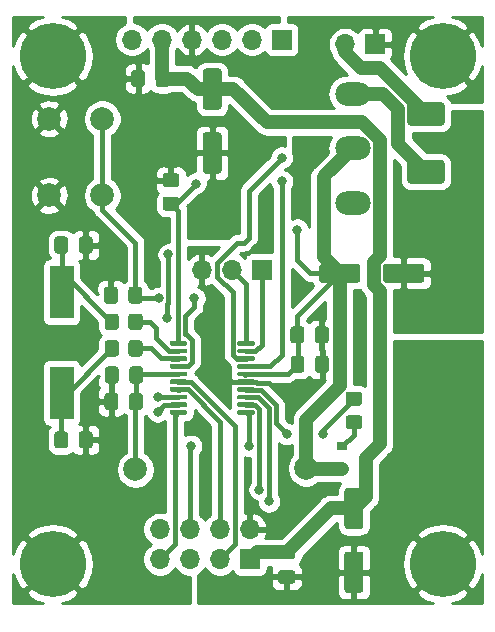
<source format=gbr>
G04 #@! TF.GenerationSoftware,KiCad,Pcbnew,5.1.9-73d0e3b20d~88~ubuntu18.04.1*
G04 #@! TF.CreationDate,2021-01-31T19:14:37+01:00*
G04 #@! TF.ProjectId,stm32_master_bt_bat,73746d33-325f-46d6-9173-7465725f6274,rev?*
G04 #@! TF.SameCoordinates,Original*
G04 #@! TF.FileFunction,Copper,L1,Top*
G04 #@! TF.FilePolarity,Positive*
%FSLAX46Y46*%
G04 Gerber Fmt 4.6, Leading zero omitted, Abs format (unit mm)*
G04 Created by KiCad (PCBNEW 5.1.9-73d0e3b20d~88~ubuntu18.04.1) date 2021-01-31 19:14:37*
%MOMM*%
%LPD*%
G01*
G04 APERTURE LIST*
G04 #@! TA.AperFunction,ComponentPad*
%ADD10R,1.700000X1.700000*%
G04 #@! TD*
G04 #@! TA.AperFunction,ComponentPad*
%ADD11O,1.700000X1.700000*%
G04 #@! TD*
G04 #@! TA.AperFunction,ComponentPad*
%ADD12C,5.600000*%
G04 #@! TD*
G04 #@! TA.AperFunction,SMDPad,CuDef*
%ADD13R,0.900000X0.800000*%
G04 #@! TD*
G04 #@! TA.AperFunction,ComponentPad*
%ADD14C,2.000000*%
G04 #@! TD*
G04 #@! TA.AperFunction,ComponentPad*
%ADD15O,3.000000X2.000000*%
G04 #@! TD*
G04 #@! TA.AperFunction,SMDPad,CuDef*
%ADD16R,2.000000X4.500000*%
G04 #@! TD*
G04 #@! TA.AperFunction,ViaPad*
%ADD17C,0.800000*%
G04 #@! TD*
G04 #@! TA.AperFunction,ViaPad*
%ADD18C,1.600000*%
G04 #@! TD*
G04 #@! TA.AperFunction,ViaPad*
%ADD19C,2.000000*%
G04 #@! TD*
G04 #@! TA.AperFunction,Conductor*
%ADD20C,0.400000*%
G04 #@! TD*
G04 #@! TA.AperFunction,Conductor*
%ADD21C,1.150000*%
G04 #@! TD*
G04 #@! TA.AperFunction,Conductor*
%ADD22C,0.254000*%
G04 #@! TD*
G04 #@! TA.AperFunction,Conductor*
%ADD23C,0.100000*%
G04 #@! TD*
G04 APERTURE END LIST*
D10*
X125700000Y-217100000D03*
D11*
X123160000Y-217100000D03*
X120620000Y-217100000D03*
D12*
X108000000Y-199000000D03*
G04 #@! TA.AperFunction,SMDPad,CuDef*
G36*
G01*
X131375000Y-222125000D02*
X131375000Y-223075000D01*
G75*
G02*
X131125000Y-223325000I-250000J0D01*
G01*
X130450000Y-223325000D01*
G75*
G02*
X130200000Y-223075000I0J250000D01*
G01*
X130200000Y-222125000D01*
G75*
G02*
X130450000Y-221875000I250000J0D01*
G01*
X131125000Y-221875000D01*
G75*
G02*
X131375000Y-222125000I0J-250000D01*
G01*
G37*
G04 #@! TD.AperFunction*
G04 #@! TA.AperFunction,SMDPad,CuDef*
G36*
G01*
X129300000Y-222125000D02*
X129300000Y-223075000D01*
G75*
G02*
X129050000Y-223325000I-250000J0D01*
G01*
X128375000Y-223325000D01*
G75*
G02*
X128125000Y-223075000I0J250000D01*
G01*
X128125000Y-222125000D01*
G75*
G02*
X128375000Y-221875000I250000J0D01*
G01*
X129050000Y-221875000D01*
G75*
G02*
X129300000Y-222125000I0J-250000D01*
G01*
G37*
G04 #@! TD.AperFunction*
G04 #@! TA.AperFunction,SMDPad,CuDef*
G36*
G01*
X128275000Y-243687500D02*
X127325000Y-243687500D01*
G75*
G02*
X127075000Y-243437500I0J250000D01*
G01*
X127075000Y-242762500D01*
G75*
G02*
X127325000Y-242512500I250000J0D01*
G01*
X128275000Y-242512500D01*
G75*
G02*
X128525000Y-242762500I0J-250000D01*
G01*
X128525000Y-243437500D01*
G75*
G02*
X128275000Y-243687500I-250000J0D01*
G01*
G37*
G04 #@! TD.AperFunction*
G04 #@! TA.AperFunction,SMDPad,CuDef*
G36*
G01*
X128275000Y-241612500D02*
X127325000Y-241612500D01*
G75*
G02*
X127075000Y-241362500I0J250000D01*
G01*
X127075000Y-240687500D01*
G75*
G02*
X127325000Y-240437500I250000J0D01*
G01*
X128275000Y-240437500D01*
G75*
G02*
X128525000Y-240687500I0J-250000D01*
G01*
X128525000Y-241362500D01*
G75*
G02*
X128275000Y-241612500I-250000J0D01*
G01*
G37*
G04 #@! TD.AperFunction*
D10*
X124700000Y-241600000D03*
D11*
X124700000Y-239060000D03*
X122160000Y-241600000D03*
X122160000Y-239060000D03*
X119620000Y-241600000D03*
X119620000Y-239060000D03*
X117080000Y-241600000D03*
X117080000Y-239060000D03*
G04 #@! TA.AperFunction,SMDPad,CuDef*
G36*
G01*
X110212500Y-215475000D02*
X110212500Y-214525000D01*
G75*
G02*
X110462500Y-214275000I250000J0D01*
G01*
X111137500Y-214275000D01*
G75*
G02*
X111387500Y-214525000I0J-250000D01*
G01*
X111387500Y-215475000D01*
G75*
G02*
X111137500Y-215725000I-250000J0D01*
G01*
X110462500Y-215725000D01*
G75*
G02*
X110212500Y-215475000I0J250000D01*
G01*
G37*
G04 #@! TD.AperFunction*
G04 #@! TA.AperFunction,SMDPad,CuDef*
G36*
G01*
X108137500Y-215475000D02*
X108137500Y-214525000D01*
G75*
G02*
X108387500Y-214275000I250000J0D01*
G01*
X109062500Y-214275000D01*
G75*
G02*
X109312500Y-214525000I0J-250000D01*
G01*
X109312500Y-215475000D01*
G75*
G02*
X109062500Y-215725000I-250000J0D01*
G01*
X108387500Y-215725000D01*
G75*
G02*
X108137500Y-215475000I0J250000D01*
G01*
G37*
G04 #@! TD.AperFunction*
G04 #@! TA.AperFunction,SMDPad,CuDef*
G36*
G01*
X108125000Y-231975000D02*
X108125000Y-231025000D01*
G75*
G02*
X108375000Y-230775000I250000J0D01*
G01*
X109050000Y-230775000D01*
G75*
G02*
X109300000Y-231025000I0J-250000D01*
G01*
X109300000Y-231975000D01*
G75*
G02*
X109050000Y-232225000I-250000J0D01*
G01*
X108375000Y-232225000D01*
G75*
G02*
X108125000Y-231975000I0J250000D01*
G01*
G37*
G04 #@! TD.AperFunction*
G04 #@! TA.AperFunction,SMDPad,CuDef*
G36*
G01*
X110200000Y-231975000D02*
X110200000Y-231025000D01*
G75*
G02*
X110450000Y-230775000I250000J0D01*
G01*
X111125000Y-230775000D01*
G75*
G02*
X111375000Y-231025000I0J-250000D01*
G01*
X111375000Y-231975000D01*
G75*
G02*
X111125000Y-232225000I-250000J0D01*
G01*
X110450000Y-232225000D01*
G75*
G02*
X110200000Y-231975000I0J250000D01*
G01*
G37*
G04 #@! TD.AperFunction*
G04 #@! TA.AperFunction,SMDPad,CuDef*
G36*
G01*
X112337500Y-219725000D02*
X112337500Y-218775000D01*
G75*
G02*
X112587500Y-218525000I250000J0D01*
G01*
X113262500Y-218525000D01*
G75*
G02*
X113512500Y-218775000I0J-250000D01*
G01*
X113512500Y-219725000D01*
G75*
G02*
X113262500Y-219975000I-250000J0D01*
G01*
X112587500Y-219975000D01*
G75*
G02*
X112337500Y-219725000I0J250000D01*
G01*
G37*
G04 #@! TD.AperFunction*
G04 #@! TA.AperFunction,SMDPad,CuDef*
G36*
G01*
X114412500Y-219725000D02*
X114412500Y-218775000D01*
G75*
G02*
X114662500Y-218525000I250000J0D01*
G01*
X115337500Y-218525000D01*
G75*
G02*
X115587500Y-218775000I0J-250000D01*
G01*
X115587500Y-219725000D01*
G75*
G02*
X115337500Y-219975000I-250000J0D01*
G01*
X114662500Y-219975000D01*
G75*
G02*
X114412500Y-219725000I0J250000D01*
G01*
G37*
G04 #@! TD.AperFunction*
G04 #@! TA.AperFunction,SMDPad,CuDef*
G36*
G01*
X131387500Y-224625000D02*
X131387500Y-225575000D01*
G75*
G02*
X131137500Y-225825000I-250000J0D01*
G01*
X130462500Y-225825000D01*
G75*
G02*
X130212500Y-225575000I0J250000D01*
G01*
X130212500Y-224625000D01*
G75*
G02*
X130462500Y-224375000I250000J0D01*
G01*
X131137500Y-224375000D01*
G75*
G02*
X131387500Y-224625000I0J-250000D01*
G01*
G37*
G04 #@! TD.AperFunction*
G04 #@! TA.AperFunction,SMDPad,CuDef*
G36*
G01*
X129312500Y-224625000D02*
X129312500Y-225575000D01*
G75*
G02*
X129062500Y-225825000I-250000J0D01*
G01*
X128387500Y-225825000D01*
G75*
G02*
X128137500Y-225575000I0J250000D01*
G01*
X128137500Y-224625000D01*
G75*
G02*
X128387500Y-224375000I250000J0D01*
G01*
X129062500Y-224375000D01*
G75*
G02*
X129312500Y-224625000I0J-250000D01*
G01*
G37*
G04 #@! TD.AperFunction*
G04 #@! TA.AperFunction,SMDPad,CuDef*
G36*
G01*
X113587500Y-225525000D02*
X113587500Y-226475000D01*
G75*
G02*
X113337500Y-226725000I-250000J0D01*
G01*
X112662500Y-226725000D01*
G75*
G02*
X112412500Y-226475000I0J250000D01*
G01*
X112412500Y-225525000D01*
G75*
G02*
X112662500Y-225275000I250000J0D01*
G01*
X113337500Y-225275000D01*
G75*
G02*
X113587500Y-225525000I0J-250000D01*
G01*
G37*
G04 #@! TD.AperFunction*
G04 #@! TA.AperFunction,SMDPad,CuDef*
G36*
G01*
X115662500Y-225525000D02*
X115662500Y-226475000D01*
G75*
G02*
X115412500Y-226725000I-250000J0D01*
G01*
X114737500Y-226725000D01*
G75*
G02*
X114487500Y-226475000I0J250000D01*
G01*
X114487500Y-225525000D01*
G75*
G02*
X114737500Y-225275000I250000J0D01*
G01*
X115412500Y-225275000D01*
G75*
G02*
X115662500Y-225525000I0J-250000D01*
G01*
G37*
G04 #@! TD.AperFunction*
G04 #@! TA.AperFunction,SMDPad,CuDef*
G36*
G01*
X116712500Y-201375000D02*
X116712500Y-200425000D01*
G75*
G02*
X116962500Y-200175000I250000J0D01*
G01*
X117637500Y-200175000D01*
G75*
G02*
X117887500Y-200425000I0J-250000D01*
G01*
X117887500Y-201375000D01*
G75*
G02*
X117637500Y-201625000I-250000J0D01*
G01*
X116962500Y-201625000D01*
G75*
G02*
X116712500Y-201375000I0J250000D01*
G01*
G37*
G04 #@! TD.AperFunction*
G04 #@! TA.AperFunction,SMDPad,CuDef*
G36*
G01*
X114637500Y-201375000D02*
X114637500Y-200425000D01*
G75*
G02*
X114887500Y-200175000I250000J0D01*
G01*
X115562500Y-200175000D01*
G75*
G02*
X115812500Y-200425000I0J-250000D01*
G01*
X115812500Y-201375000D01*
G75*
G02*
X115562500Y-201625000I-250000J0D01*
G01*
X114887500Y-201625000D01*
G75*
G02*
X114637500Y-201375000I0J250000D01*
G01*
G37*
G04 #@! TD.AperFunction*
D10*
X135300000Y-198000000D03*
D11*
X132760000Y-198000000D03*
D13*
X132500000Y-232050000D03*
X132500000Y-233950000D03*
X134500000Y-233000000D03*
G04 #@! TA.AperFunction,SMDPad,CuDef*
G36*
G01*
X113600000Y-221049999D02*
X113600000Y-221950001D01*
G75*
G02*
X113350001Y-222200000I-249999J0D01*
G01*
X112649999Y-222200000D01*
G75*
G02*
X112400000Y-221950001I0J249999D01*
G01*
X112400000Y-221049999D01*
G75*
G02*
X112649999Y-220800000I249999J0D01*
G01*
X113350001Y-220800000D01*
G75*
G02*
X113600000Y-221049999I0J-249999D01*
G01*
G37*
G04 #@! TD.AperFunction*
G04 #@! TA.AperFunction,SMDPad,CuDef*
G36*
G01*
X115600000Y-221049999D02*
X115600000Y-221950001D01*
G75*
G02*
X115350001Y-222200000I-249999J0D01*
G01*
X114649999Y-222200000D01*
G75*
G02*
X114400000Y-221950001I0J249999D01*
G01*
X114400000Y-221049999D01*
G75*
G02*
X114649999Y-220800000I249999J0D01*
G01*
X115350001Y-220800000D01*
G75*
G02*
X115600000Y-221049999I0J-249999D01*
G01*
G37*
G04 #@! TD.AperFunction*
G04 #@! TA.AperFunction,SMDPad,CuDef*
G36*
G01*
X115600000Y-223299999D02*
X115600000Y-224200001D01*
G75*
G02*
X115350001Y-224450000I-249999J0D01*
G01*
X114649999Y-224450000D01*
G75*
G02*
X114400000Y-224200001I0J249999D01*
G01*
X114400000Y-223299999D01*
G75*
G02*
X114649999Y-223050000I249999J0D01*
G01*
X115350001Y-223050000D01*
G75*
G02*
X115600000Y-223299999I0J-249999D01*
G01*
G37*
G04 #@! TD.AperFunction*
G04 #@! TA.AperFunction,SMDPad,CuDef*
G36*
G01*
X113600000Y-223299999D02*
X113600000Y-224200001D01*
G75*
G02*
X113350001Y-224450000I-249999J0D01*
G01*
X112649999Y-224450000D01*
G75*
G02*
X112400000Y-224200001I0J249999D01*
G01*
X112400000Y-223299999D01*
G75*
G02*
X112649999Y-223050000I249999J0D01*
G01*
X113350001Y-223050000D01*
G75*
G02*
X113600000Y-223299999I0J-249999D01*
G01*
G37*
G04 #@! TD.AperFunction*
G04 #@! TA.AperFunction,SMDPad,CuDef*
G36*
G01*
X118450001Y-212100000D02*
X117549999Y-212100000D01*
G75*
G02*
X117300000Y-211850001I0J249999D01*
G01*
X117300000Y-211149999D01*
G75*
G02*
X117549999Y-210900000I249999J0D01*
G01*
X118450001Y-210900000D01*
G75*
G02*
X118700000Y-211149999I0J-249999D01*
G01*
X118700000Y-211850001D01*
G75*
G02*
X118450001Y-212100000I-249999J0D01*
G01*
G37*
G04 #@! TD.AperFunction*
G04 #@! TA.AperFunction,SMDPad,CuDef*
G36*
G01*
X118450001Y-210100000D02*
X117549999Y-210100000D01*
G75*
G02*
X117300000Y-209850001I0J249999D01*
G01*
X117300000Y-209149999D01*
G75*
G02*
X117549999Y-208900000I249999J0D01*
G01*
X118450001Y-208900000D01*
G75*
G02*
X118700000Y-209149999I0J-249999D01*
G01*
X118700000Y-209850001D01*
G75*
G02*
X118450001Y-210100000I-249999J0D01*
G01*
G37*
G04 #@! TD.AperFunction*
G04 #@! TA.AperFunction,SMDPad,CuDef*
G36*
G01*
X133049999Y-227400000D02*
X133950001Y-227400000D01*
G75*
G02*
X134200000Y-227649999I0J-249999D01*
G01*
X134200000Y-228350001D01*
G75*
G02*
X133950001Y-228600000I-249999J0D01*
G01*
X133049999Y-228600000D01*
G75*
G02*
X132800000Y-228350001I0J249999D01*
G01*
X132800000Y-227649999D01*
G75*
G02*
X133049999Y-227400000I249999J0D01*
G01*
G37*
G04 #@! TD.AperFunction*
G04 #@! TA.AperFunction,SMDPad,CuDef*
G36*
G01*
X133049999Y-229400000D02*
X133950001Y-229400000D01*
G75*
G02*
X134200000Y-229649999I0J-249999D01*
G01*
X134200000Y-230350001D01*
G75*
G02*
X133950001Y-230600000I-249999J0D01*
G01*
X133049999Y-230600000D01*
G75*
G02*
X132800000Y-230350001I0J249999D01*
G01*
X132800000Y-229649999D01*
G75*
G02*
X133049999Y-229400000I249999J0D01*
G01*
G37*
G04 #@! TD.AperFunction*
G04 #@! TA.AperFunction,SMDPad,CuDef*
G36*
G01*
X117900000Y-223425000D02*
X117900000Y-223225000D01*
G75*
G02*
X118000000Y-223125000I100000J0D01*
G01*
X119275000Y-223125000D01*
G75*
G02*
X119375000Y-223225000I0J-100000D01*
G01*
X119375000Y-223425000D01*
G75*
G02*
X119275000Y-223525000I-100000J0D01*
G01*
X118000000Y-223525000D01*
G75*
G02*
X117900000Y-223425000I0J100000D01*
G01*
G37*
G04 #@! TD.AperFunction*
G04 #@! TA.AperFunction,SMDPad,CuDef*
G36*
G01*
X117900000Y-224075000D02*
X117900000Y-223875000D01*
G75*
G02*
X118000000Y-223775000I100000J0D01*
G01*
X119275000Y-223775000D01*
G75*
G02*
X119375000Y-223875000I0J-100000D01*
G01*
X119375000Y-224075000D01*
G75*
G02*
X119275000Y-224175000I-100000J0D01*
G01*
X118000000Y-224175000D01*
G75*
G02*
X117900000Y-224075000I0J100000D01*
G01*
G37*
G04 #@! TD.AperFunction*
G04 #@! TA.AperFunction,SMDPad,CuDef*
G36*
G01*
X117900000Y-224725000D02*
X117900000Y-224525000D01*
G75*
G02*
X118000000Y-224425000I100000J0D01*
G01*
X119275000Y-224425000D01*
G75*
G02*
X119375000Y-224525000I0J-100000D01*
G01*
X119375000Y-224725000D01*
G75*
G02*
X119275000Y-224825000I-100000J0D01*
G01*
X118000000Y-224825000D01*
G75*
G02*
X117900000Y-224725000I0J100000D01*
G01*
G37*
G04 #@! TD.AperFunction*
G04 #@! TA.AperFunction,SMDPad,CuDef*
G36*
G01*
X117900000Y-225375000D02*
X117900000Y-225175000D01*
G75*
G02*
X118000000Y-225075000I100000J0D01*
G01*
X119275000Y-225075000D01*
G75*
G02*
X119375000Y-225175000I0J-100000D01*
G01*
X119375000Y-225375000D01*
G75*
G02*
X119275000Y-225475000I-100000J0D01*
G01*
X118000000Y-225475000D01*
G75*
G02*
X117900000Y-225375000I0J100000D01*
G01*
G37*
G04 #@! TD.AperFunction*
G04 #@! TA.AperFunction,SMDPad,CuDef*
G36*
G01*
X117900000Y-226025000D02*
X117900000Y-225825000D01*
G75*
G02*
X118000000Y-225725000I100000J0D01*
G01*
X119275000Y-225725000D01*
G75*
G02*
X119375000Y-225825000I0J-100000D01*
G01*
X119375000Y-226025000D01*
G75*
G02*
X119275000Y-226125000I-100000J0D01*
G01*
X118000000Y-226125000D01*
G75*
G02*
X117900000Y-226025000I0J100000D01*
G01*
G37*
G04 #@! TD.AperFunction*
G04 #@! TA.AperFunction,SMDPad,CuDef*
G36*
G01*
X117900000Y-226675000D02*
X117900000Y-226475000D01*
G75*
G02*
X118000000Y-226375000I100000J0D01*
G01*
X119275000Y-226375000D01*
G75*
G02*
X119375000Y-226475000I0J-100000D01*
G01*
X119375000Y-226675000D01*
G75*
G02*
X119275000Y-226775000I-100000J0D01*
G01*
X118000000Y-226775000D01*
G75*
G02*
X117900000Y-226675000I0J100000D01*
G01*
G37*
G04 #@! TD.AperFunction*
G04 #@! TA.AperFunction,SMDPad,CuDef*
G36*
G01*
X117900000Y-227325000D02*
X117900000Y-227125000D01*
G75*
G02*
X118000000Y-227025000I100000J0D01*
G01*
X119275000Y-227025000D01*
G75*
G02*
X119375000Y-227125000I0J-100000D01*
G01*
X119375000Y-227325000D01*
G75*
G02*
X119275000Y-227425000I-100000J0D01*
G01*
X118000000Y-227425000D01*
G75*
G02*
X117900000Y-227325000I0J100000D01*
G01*
G37*
G04 #@! TD.AperFunction*
G04 #@! TA.AperFunction,SMDPad,CuDef*
G36*
G01*
X117900000Y-227975000D02*
X117900000Y-227775000D01*
G75*
G02*
X118000000Y-227675000I100000J0D01*
G01*
X119275000Y-227675000D01*
G75*
G02*
X119375000Y-227775000I0J-100000D01*
G01*
X119375000Y-227975000D01*
G75*
G02*
X119275000Y-228075000I-100000J0D01*
G01*
X118000000Y-228075000D01*
G75*
G02*
X117900000Y-227975000I0J100000D01*
G01*
G37*
G04 #@! TD.AperFunction*
G04 #@! TA.AperFunction,SMDPad,CuDef*
G36*
G01*
X117900000Y-228625000D02*
X117900000Y-228425000D01*
G75*
G02*
X118000000Y-228325000I100000J0D01*
G01*
X119275000Y-228325000D01*
G75*
G02*
X119375000Y-228425000I0J-100000D01*
G01*
X119375000Y-228625000D01*
G75*
G02*
X119275000Y-228725000I-100000J0D01*
G01*
X118000000Y-228725000D01*
G75*
G02*
X117900000Y-228625000I0J100000D01*
G01*
G37*
G04 #@! TD.AperFunction*
G04 #@! TA.AperFunction,SMDPad,CuDef*
G36*
G01*
X117900000Y-229275000D02*
X117900000Y-229075000D01*
G75*
G02*
X118000000Y-228975000I100000J0D01*
G01*
X119275000Y-228975000D01*
G75*
G02*
X119375000Y-229075000I0J-100000D01*
G01*
X119375000Y-229275000D01*
G75*
G02*
X119275000Y-229375000I-100000J0D01*
G01*
X118000000Y-229375000D01*
G75*
G02*
X117900000Y-229275000I0J100000D01*
G01*
G37*
G04 #@! TD.AperFunction*
G04 #@! TA.AperFunction,SMDPad,CuDef*
G36*
G01*
X123625000Y-229275000D02*
X123625000Y-229075000D01*
G75*
G02*
X123725000Y-228975000I100000J0D01*
G01*
X125000000Y-228975000D01*
G75*
G02*
X125100000Y-229075000I0J-100000D01*
G01*
X125100000Y-229275000D01*
G75*
G02*
X125000000Y-229375000I-100000J0D01*
G01*
X123725000Y-229375000D01*
G75*
G02*
X123625000Y-229275000I0J100000D01*
G01*
G37*
G04 #@! TD.AperFunction*
G04 #@! TA.AperFunction,SMDPad,CuDef*
G36*
G01*
X123625000Y-228625000D02*
X123625000Y-228425000D01*
G75*
G02*
X123725000Y-228325000I100000J0D01*
G01*
X125000000Y-228325000D01*
G75*
G02*
X125100000Y-228425000I0J-100000D01*
G01*
X125100000Y-228625000D01*
G75*
G02*
X125000000Y-228725000I-100000J0D01*
G01*
X123725000Y-228725000D01*
G75*
G02*
X123625000Y-228625000I0J100000D01*
G01*
G37*
G04 #@! TD.AperFunction*
G04 #@! TA.AperFunction,SMDPad,CuDef*
G36*
G01*
X123625000Y-227975000D02*
X123625000Y-227775000D01*
G75*
G02*
X123725000Y-227675000I100000J0D01*
G01*
X125000000Y-227675000D01*
G75*
G02*
X125100000Y-227775000I0J-100000D01*
G01*
X125100000Y-227975000D01*
G75*
G02*
X125000000Y-228075000I-100000J0D01*
G01*
X123725000Y-228075000D01*
G75*
G02*
X123625000Y-227975000I0J100000D01*
G01*
G37*
G04 #@! TD.AperFunction*
G04 #@! TA.AperFunction,SMDPad,CuDef*
G36*
G01*
X123625000Y-227325000D02*
X123625000Y-227125000D01*
G75*
G02*
X123725000Y-227025000I100000J0D01*
G01*
X125000000Y-227025000D01*
G75*
G02*
X125100000Y-227125000I0J-100000D01*
G01*
X125100000Y-227325000D01*
G75*
G02*
X125000000Y-227425000I-100000J0D01*
G01*
X123725000Y-227425000D01*
G75*
G02*
X123625000Y-227325000I0J100000D01*
G01*
G37*
G04 #@! TD.AperFunction*
G04 #@! TA.AperFunction,SMDPad,CuDef*
G36*
G01*
X123625000Y-226675000D02*
X123625000Y-226475000D01*
G75*
G02*
X123725000Y-226375000I100000J0D01*
G01*
X125000000Y-226375000D01*
G75*
G02*
X125100000Y-226475000I0J-100000D01*
G01*
X125100000Y-226675000D01*
G75*
G02*
X125000000Y-226775000I-100000J0D01*
G01*
X123725000Y-226775000D01*
G75*
G02*
X123625000Y-226675000I0J100000D01*
G01*
G37*
G04 #@! TD.AperFunction*
G04 #@! TA.AperFunction,SMDPad,CuDef*
G36*
G01*
X123625000Y-226025000D02*
X123625000Y-225825000D01*
G75*
G02*
X123725000Y-225725000I100000J0D01*
G01*
X125000000Y-225725000D01*
G75*
G02*
X125100000Y-225825000I0J-100000D01*
G01*
X125100000Y-226025000D01*
G75*
G02*
X125000000Y-226125000I-100000J0D01*
G01*
X123725000Y-226125000D01*
G75*
G02*
X123625000Y-226025000I0J100000D01*
G01*
G37*
G04 #@! TD.AperFunction*
G04 #@! TA.AperFunction,SMDPad,CuDef*
G36*
G01*
X123625000Y-225375000D02*
X123625000Y-225175000D01*
G75*
G02*
X123725000Y-225075000I100000J0D01*
G01*
X125000000Y-225075000D01*
G75*
G02*
X125100000Y-225175000I0J-100000D01*
G01*
X125100000Y-225375000D01*
G75*
G02*
X125000000Y-225475000I-100000J0D01*
G01*
X123725000Y-225475000D01*
G75*
G02*
X123625000Y-225375000I0J100000D01*
G01*
G37*
G04 #@! TD.AperFunction*
G04 #@! TA.AperFunction,SMDPad,CuDef*
G36*
G01*
X123625000Y-224725000D02*
X123625000Y-224525000D01*
G75*
G02*
X123725000Y-224425000I100000J0D01*
G01*
X125000000Y-224425000D01*
G75*
G02*
X125100000Y-224525000I0J-100000D01*
G01*
X125100000Y-224725000D01*
G75*
G02*
X125000000Y-224825000I-100000J0D01*
G01*
X123725000Y-224825000D01*
G75*
G02*
X123625000Y-224725000I0J100000D01*
G01*
G37*
G04 #@! TD.AperFunction*
G04 #@! TA.AperFunction,SMDPad,CuDef*
G36*
G01*
X123625000Y-224075000D02*
X123625000Y-223875000D01*
G75*
G02*
X123725000Y-223775000I100000J0D01*
G01*
X125000000Y-223775000D01*
G75*
G02*
X125100000Y-223875000I0J-100000D01*
G01*
X125100000Y-224075000D01*
G75*
G02*
X125000000Y-224175000I-100000J0D01*
G01*
X123725000Y-224175000D01*
G75*
G02*
X123625000Y-224075000I0J100000D01*
G01*
G37*
G04 #@! TD.AperFunction*
G04 #@! TA.AperFunction,SMDPad,CuDef*
G36*
G01*
X123625000Y-223425000D02*
X123625000Y-223225000D01*
G75*
G02*
X123725000Y-223125000I100000J0D01*
G01*
X125000000Y-223125000D01*
G75*
G02*
X125100000Y-223225000I0J-100000D01*
G01*
X125100000Y-223425000D01*
G75*
G02*
X125000000Y-223525000I-100000J0D01*
G01*
X123725000Y-223525000D01*
G75*
G02*
X123625000Y-223425000I0J100000D01*
G01*
G37*
G04 #@! TD.AperFunction*
G04 #@! TA.AperFunction,SMDPad,CuDef*
G36*
G01*
X135950000Y-217950000D02*
X135950000Y-216850000D01*
G75*
G02*
X136200000Y-216600000I250000J0D01*
G01*
X139200000Y-216600000D01*
G75*
G02*
X139450000Y-216850000I0J-250000D01*
G01*
X139450000Y-217950000D01*
G75*
G02*
X139200000Y-218200000I-250000J0D01*
G01*
X136200000Y-218200000D01*
G75*
G02*
X135950000Y-217950000I0J250000D01*
G01*
G37*
G04 #@! TD.AperFunction*
G04 #@! TA.AperFunction,SMDPad,CuDef*
G36*
G01*
X130550000Y-217950000D02*
X130550000Y-216850000D01*
G75*
G02*
X130800000Y-216600000I250000J0D01*
G01*
X133800000Y-216600000D01*
G75*
G02*
X134050000Y-216850000I0J-250000D01*
G01*
X134050000Y-217950000D01*
G75*
G02*
X133800000Y-218200000I-250000J0D01*
G01*
X130800000Y-218200000D01*
G75*
G02*
X130550000Y-217950000I0J250000D01*
G01*
G37*
G04 #@! TD.AperFunction*
G04 #@! TA.AperFunction,SMDPad,CuDef*
G36*
G01*
X120950000Y-200050000D02*
X122050000Y-200050000D01*
G75*
G02*
X122300000Y-200300000I0J-250000D01*
G01*
X122300000Y-203300000D01*
G75*
G02*
X122050000Y-203550000I-250000J0D01*
G01*
X120950000Y-203550000D01*
G75*
G02*
X120700000Y-203300000I0J250000D01*
G01*
X120700000Y-200300000D01*
G75*
G02*
X120950000Y-200050000I250000J0D01*
G01*
G37*
G04 #@! TD.AperFunction*
G04 #@! TA.AperFunction,SMDPad,CuDef*
G36*
G01*
X120950000Y-205450000D02*
X122050000Y-205450000D01*
G75*
G02*
X122300000Y-205700000I0J-250000D01*
G01*
X122300000Y-208700000D01*
G75*
G02*
X122050000Y-208950000I-250000J0D01*
G01*
X120950000Y-208950000D01*
G75*
G02*
X120700000Y-208700000I0J250000D01*
G01*
X120700000Y-205700000D01*
G75*
G02*
X120950000Y-205450000I250000J0D01*
G01*
G37*
G04 #@! TD.AperFunction*
G04 #@! TA.AperFunction,SMDPad,CuDef*
G36*
G01*
X132950000Y-235550000D02*
X134050000Y-235550000D01*
G75*
G02*
X134300000Y-235800000I0J-250000D01*
G01*
X134300000Y-238800000D01*
G75*
G02*
X134050000Y-239050000I-250000J0D01*
G01*
X132950000Y-239050000D01*
G75*
G02*
X132700000Y-238800000I0J250000D01*
G01*
X132700000Y-235800000D01*
G75*
G02*
X132950000Y-235550000I250000J0D01*
G01*
G37*
G04 #@! TD.AperFunction*
G04 #@! TA.AperFunction,SMDPad,CuDef*
G36*
G01*
X132950000Y-240950000D02*
X134050000Y-240950000D01*
G75*
G02*
X134300000Y-241200000I0J-250000D01*
G01*
X134300000Y-244200000D01*
G75*
G02*
X134050000Y-244450000I-250000J0D01*
G01*
X132950000Y-244450000D01*
G75*
G02*
X132700000Y-244200000I0J250000D01*
G01*
X132700000Y-241200000D01*
G75*
G02*
X132950000Y-240950000I250000J0D01*
G01*
G37*
G04 #@! TD.AperFunction*
D14*
X112200000Y-210800000D03*
X107700000Y-210800000D03*
X112200000Y-204300000D03*
X107700000Y-204300000D03*
G04 #@! TA.AperFunction,SMDPad,CuDef*
G36*
G01*
X113550000Y-227775000D02*
X113550000Y-228725000D01*
G75*
G02*
X113300000Y-228975000I-250000J0D01*
G01*
X112625000Y-228975000D01*
G75*
G02*
X112375000Y-228725000I0J250000D01*
G01*
X112375000Y-227775000D01*
G75*
G02*
X112625000Y-227525000I250000J0D01*
G01*
X113300000Y-227525000D01*
G75*
G02*
X113550000Y-227775000I0J-250000D01*
G01*
G37*
G04 #@! TD.AperFunction*
G04 #@! TA.AperFunction,SMDPad,CuDef*
G36*
G01*
X115625000Y-227775000D02*
X115625000Y-228725000D01*
G75*
G02*
X115375000Y-228975000I-250000J0D01*
G01*
X114700000Y-228975000D01*
G75*
G02*
X114450000Y-228725000I0J250000D01*
G01*
X114450000Y-227775000D01*
G75*
G02*
X114700000Y-227525000I250000J0D01*
G01*
X115375000Y-227525000D01*
G75*
G02*
X115625000Y-227775000I0J-250000D01*
G01*
G37*
G04 #@! TD.AperFunction*
G04 #@! TA.AperFunction,SMDPad,CuDef*
G36*
G01*
X138275000Y-202900000D02*
X140925000Y-202900000D01*
G75*
G02*
X141175000Y-203150000I0J-250000D01*
G01*
X141175000Y-204650000D01*
G75*
G02*
X140925000Y-204900000I-250000J0D01*
G01*
X138275000Y-204900000D01*
G75*
G02*
X138025000Y-204650000I0J250000D01*
G01*
X138025000Y-203150000D01*
G75*
G02*
X138275000Y-202900000I250000J0D01*
G01*
G37*
G04 #@! TD.AperFunction*
G04 #@! TA.AperFunction,SMDPad,CuDef*
G36*
G01*
X138275000Y-207800000D02*
X140925000Y-207800000D01*
G75*
G02*
X141175000Y-208050000I0J-250000D01*
G01*
X141175000Y-209550000D01*
G75*
G02*
X140925000Y-209800000I-250000J0D01*
G01*
X138275000Y-209800000D01*
G75*
G02*
X138025000Y-209550000I0J250000D01*
G01*
X138025000Y-208050000D01*
G75*
G02*
X138275000Y-207800000I250000J0D01*
G01*
G37*
G04 #@! TD.AperFunction*
D12*
X108000000Y-242000000D03*
X141000000Y-199000000D03*
X141000000Y-242000000D03*
D15*
X133400000Y-202200000D03*
X133400000Y-206800000D03*
X133400000Y-211400000D03*
D16*
X108750000Y-219000000D03*
X108750000Y-227500000D03*
D10*
X127400000Y-197600000D03*
D11*
X124860000Y-197600000D03*
X122320000Y-197600000D03*
X119780000Y-197600000D03*
X117240000Y-197600000D03*
X114700000Y-197600000D03*
D17*
X129000000Y-236000000D03*
X129500000Y-218500000D03*
X134000000Y-223000000D03*
X120600000Y-230400000D03*
D18*
X128500000Y-227500000D03*
D19*
X122000000Y-226000000D03*
D18*
X141000000Y-235000000D03*
X138000000Y-237500000D03*
X111500000Y-237000000D03*
X113500000Y-241000000D03*
X106500000Y-236000000D03*
X107500000Y-223500000D03*
X142000000Y-230000000D03*
X142000000Y-225000000D03*
X142000000Y-220000000D03*
X142000000Y-215000000D03*
X143000000Y-210000000D03*
X143000000Y-205000000D03*
D17*
X114000000Y-209000000D03*
X136500000Y-242500000D03*
X106000000Y-214500000D03*
X106000000Y-232500000D03*
X110750000Y-234000000D03*
X115500000Y-236500000D03*
X126000000Y-211400000D03*
X126000000Y-206400000D03*
X123500000Y-199500000D03*
X117500000Y-244000000D03*
X123400000Y-244000000D03*
X130500000Y-244000000D03*
D18*
X138500000Y-227500000D03*
X138500000Y-232500000D03*
X138500000Y-212500000D03*
X139250000Y-221000000D03*
X110000000Y-207500000D03*
X112500000Y-200000000D03*
D17*
X122500000Y-211750000D03*
X130000000Y-202250000D03*
X130000000Y-199500000D03*
X105500000Y-227500000D03*
X105500000Y-220000000D03*
X106000000Y-207500000D03*
X114000000Y-206750000D03*
X115000000Y-203500000D03*
X130250000Y-197000000D03*
X118750000Y-206750000D03*
X110250000Y-223000000D03*
X112250000Y-230000000D03*
X112000000Y-217000000D03*
X123750000Y-208500000D03*
X140250000Y-206250000D03*
X130250000Y-207250000D03*
X128750000Y-211250000D03*
D18*
X121250000Y-221750000D03*
D17*
X121750000Y-219750000D03*
X121450000Y-223750000D03*
X120000000Y-219500000D03*
X117000000Y-219500000D03*
X128700000Y-213700000D03*
D19*
X115000000Y-234000000D03*
X129450000Y-233900000D03*
D17*
X126300000Y-236700000D03*
X124600000Y-232000000D03*
X119700000Y-232000000D03*
X125500000Y-235700000D03*
X127400000Y-209600000D03*
X116884002Y-229100000D03*
X116900000Y-227900000D03*
X117700000Y-221200000D03*
X117800000Y-215800000D03*
X127400000Y-207600000D03*
X120100000Y-209800000D03*
X127850000Y-231000000D03*
X130850000Y-231000000D03*
D20*
X112937500Y-221500000D02*
X108750000Y-217312500D01*
X113000000Y-221500000D02*
X112937500Y-221500000D01*
X108750000Y-215025000D02*
X108725000Y-215000000D01*
X108750000Y-219000000D02*
X108750000Y-215025000D01*
X125274972Y-226674972D02*
X126274972Y-226674972D01*
X124362500Y-226575000D02*
X125175000Y-226575000D01*
X125175000Y-226575000D02*
X125274972Y-226674972D01*
X126274972Y-226674972D02*
X126800000Y-227200000D01*
X124362500Y-226575000D02*
X122875000Y-226575000D01*
X108750000Y-228000000D02*
X108750000Y-229187500D01*
X113000000Y-223750000D02*
X108750000Y-228000000D01*
X108762500Y-227512500D02*
X108750000Y-227500000D01*
X108712500Y-227537500D02*
X108750000Y-227500000D01*
X108712500Y-231500000D02*
X108712500Y-227537500D01*
X115250000Y-219500000D02*
X115000000Y-219250000D01*
X117000000Y-219500000D02*
X115250000Y-219500000D01*
X112200000Y-212000000D02*
X112200000Y-210800000D01*
X115000000Y-219250000D02*
X115000000Y-214800000D01*
X115000000Y-214800000D02*
X112200000Y-212000000D01*
X112200000Y-210800000D02*
X112200000Y-204300000D01*
X119775010Y-223017886D02*
X119257124Y-222500000D01*
X119775010Y-224932114D02*
X119775010Y-223017886D01*
X118637500Y-225275000D02*
X119432124Y-225275000D01*
X119432124Y-225275000D02*
X119775010Y-224932114D01*
X119257124Y-222500000D02*
X119237510Y-222500000D01*
X119237510Y-222500000D02*
X119237510Y-221012490D01*
X120000000Y-220250000D02*
X120000000Y-219500000D01*
X119237510Y-221012490D02*
X120000000Y-220250000D01*
X115150000Y-225925000D02*
X115075000Y-226000000D01*
X118637500Y-225925000D02*
X115150000Y-225925000D01*
X124312510Y-225974990D02*
X124362500Y-225925000D01*
X127900000Y-225925000D02*
X128725000Y-225100000D01*
X124362500Y-225925000D02*
X127900000Y-225925000D01*
X128725000Y-222612500D02*
X128712500Y-222600000D01*
X128725000Y-225100000D02*
X128725000Y-222612500D01*
D21*
X132300000Y-217400000D02*
X132300000Y-226950414D01*
X132300000Y-226950414D02*
X129450000Y-229800414D01*
D20*
X128700000Y-213700000D02*
X128700000Y-216300000D01*
X129800000Y-217400000D02*
X132300000Y-217400000D01*
X128700000Y-216300000D02*
X129800000Y-217400000D01*
X128712500Y-220987500D02*
X132300000Y-217400000D01*
X128712500Y-222600000D02*
X128712500Y-220987500D01*
D21*
X130924990Y-209275010D02*
X131175001Y-209024999D01*
X132300000Y-217400000D02*
X130924990Y-216024990D01*
X131175001Y-209024999D02*
X133400000Y-206800000D01*
X130924990Y-216024990D02*
X130924990Y-209275010D01*
X129500000Y-233950000D02*
X129450000Y-233900000D01*
X132500000Y-233950000D02*
X129500000Y-233950000D01*
X129450000Y-233900000D02*
X129450000Y-229800414D01*
D20*
X115037500Y-226037500D02*
X115075000Y-226000000D01*
X115037500Y-228250000D02*
X115037500Y-226037500D01*
X115000000Y-228287500D02*
X115037500Y-228250000D01*
X115000000Y-234000000D02*
X115000000Y-228287500D01*
X125700000Y-223432124D02*
X125700000Y-216800000D01*
X125157124Y-223975000D02*
X125700000Y-223432124D01*
X124362500Y-223975000D02*
X125157124Y-223975000D01*
X124362500Y-218302500D02*
X123160000Y-217100000D01*
X124362500Y-223325000D02*
X124362500Y-218302500D01*
X123410001Y-230354335D02*
X123410001Y-240349999D01*
X119680657Y-226624991D02*
X123410001Y-230354335D01*
X123410001Y-240349999D02*
X122160000Y-241600000D01*
X118924990Y-226624990D02*
X119680657Y-226624991D01*
X118875000Y-226575000D02*
X118924990Y-226624990D01*
X118637500Y-226575000D02*
X118875000Y-226575000D01*
X118637500Y-227225000D02*
X118637500Y-227237500D01*
X118637500Y-227237500D02*
X118674990Y-227274990D01*
X122160000Y-229952876D02*
X122160000Y-239060000D01*
X119432124Y-227225000D02*
X122160000Y-229952876D01*
X118637500Y-227225000D02*
X119432124Y-227225000D01*
X125355666Y-227875000D02*
X126300000Y-228819334D01*
X124362500Y-227875000D02*
X125355666Y-227875000D01*
X126300000Y-228819334D02*
X126300000Y-236700000D01*
X124362500Y-229175000D02*
X124600000Y-229412500D01*
X124600000Y-229412500D02*
X124600000Y-232000000D01*
X119620000Y-232080000D02*
X119700000Y-232000000D01*
X119620000Y-239060000D02*
X119620000Y-232080000D01*
X118330001Y-240349999D02*
X117080000Y-241600000D01*
X118330001Y-229482499D02*
X118330001Y-240349999D01*
X118637500Y-229175000D02*
X118330001Y-229482499D01*
X125157124Y-228525000D02*
X125500000Y-228867876D01*
X124362500Y-228525000D02*
X125157124Y-228525000D01*
X125500000Y-228867876D02*
X125500000Y-235700000D01*
X126425000Y-225275000D02*
X124362500Y-225275000D01*
X127400000Y-224300000D02*
X126425000Y-225275000D01*
X127400000Y-224300000D02*
X127400000Y-209600000D01*
X117459002Y-228525000D02*
X116884002Y-229100000D01*
X118637500Y-228525000D02*
X117459002Y-228525000D01*
X118275000Y-227875000D02*
X118250000Y-227900000D01*
X118637500Y-227875000D02*
X118275000Y-227875000D01*
X118250000Y-227900000D02*
X116900000Y-227900000D01*
X117700000Y-219984002D02*
X117800000Y-219884002D01*
X117700000Y-221200000D02*
X117700000Y-219984002D01*
X117800000Y-219884002D02*
X117800000Y-215800000D01*
X127400000Y-207600000D02*
X127400000Y-207600000D01*
X124600000Y-214400000D02*
X124600000Y-210400000D01*
X124600000Y-210400000D02*
X127400000Y-207600000D01*
X123609998Y-214800000D02*
X124200000Y-214800000D01*
X121909999Y-216499999D02*
X123609998Y-214800000D01*
X121909999Y-217700001D02*
X121909999Y-216499999D01*
X123224990Y-219014992D02*
X121909999Y-217700001D01*
X123567876Y-224625000D02*
X123224990Y-224282114D01*
X123224990Y-224282114D02*
X123224990Y-223667886D01*
X123224990Y-223667886D02*
X123242876Y-223650000D01*
X124362500Y-224625000D02*
X123567876Y-224625000D01*
X123242876Y-223650000D02*
X123224990Y-223632114D01*
X124200000Y-214800000D02*
X124600000Y-214400000D01*
X123224990Y-223632114D02*
X123224990Y-219014992D01*
X117842876Y-223975000D02*
X116700000Y-222832124D01*
X118637500Y-223975000D02*
X117842876Y-223975000D01*
X116700000Y-222832124D02*
X116700000Y-222000000D01*
X116200000Y-221500000D02*
X115000000Y-221500000D01*
X116700000Y-222000000D02*
X116200000Y-221500000D01*
X118075010Y-224575010D02*
X117175010Y-224575010D01*
X118637500Y-224625000D02*
X118125000Y-224625000D01*
X118125000Y-224625000D02*
X118075010Y-224575010D01*
X116350000Y-223750000D02*
X115000000Y-223750000D01*
X117175010Y-224575010D02*
X116350000Y-223750000D01*
X118637500Y-212137500D02*
X118000000Y-211500000D01*
X118637500Y-223325000D02*
X118637500Y-212137500D01*
X118400000Y-211500000D02*
X120100000Y-209800000D01*
X118000000Y-211500000D02*
X118400000Y-211500000D01*
X124399990Y-227274990D02*
X125604199Y-227274991D01*
X124362500Y-227225000D02*
X124362500Y-227237500D01*
X124362500Y-227237500D02*
X124399990Y-227274990D01*
X126900009Y-228570801D02*
X126900009Y-230050009D01*
X125604199Y-227274991D02*
X126900009Y-228570801D01*
X126900009Y-230050009D02*
X127850000Y-231000000D01*
X130850000Y-230650000D02*
X130850000Y-231000000D01*
X133500000Y-228000000D02*
X130850000Y-230650000D01*
D21*
X127825000Y-241000000D02*
X127800000Y-241025000D01*
X125275000Y-241025000D02*
X124700000Y-241600000D01*
X127800000Y-241025000D02*
X125275000Y-241025000D01*
X134500000Y-236300000D02*
X133500000Y-237300000D01*
X134500000Y-233000000D02*
X134500000Y-236300000D01*
X131525000Y-237300000D02*
X127800000Y-241025000D01*
X133500000Y-237300000D02*
X131525000Y-237300000D01*
X134500000Y-233000000D02*
X135675010Y-231824990D01*
D20*
X136000000Y-231000000D02*
X135675010Y-231324990D01*
D21*
X135675010Y-231824990D02*
X135675010Y-231324990D01*
X117240000Y-200840000D02*
X117300000Y-200900000D01*
X117240000Y-197600000D02*
X117240000Y-200840000D01*
X134210243Y-204600000D02*
X126100000Y-204600000D01*
X135675010Y-218874596D02*
X135174990Y-218374576D01*
X135675010Y-231324990D02*
X135675010Y-218874596D01*
X126100000Y-204600000D02*
X123300000Y-201800000D01*
X135174990Y-218374576D02*
X135174990Y-216425424D01*
X135174990Y-216425424D02*
X135675010Y-215925404D01*
X123300000Y-201800000D02*
X121500000Y-201800000D01*
X135675010Y-215925404D02*
X135675010Y-206064767D01*
X135675010Y-206064767D02*
X134210243Y-204600000D01*
X119400000Y-200900000D02*
X117300000Y-200900000D01*
X121500000Y-201800000D02*
X120300000Y-201800000D01*
X120300000Y-201800000D02*
X119400000Y-200900000D01*
D20*
X133500000Y-231050000D02*
X132500000Y-232050000D01*
X133500000Y-230000000D02*
X133500000Y-231050000D01*
D21*
X134124990Y-200024990D02*
X132760000Y-198660000D01*
X135724990Y-200024990D02*
X134124990Y-200024990D01*
X139600000Y-203900000D02*
X135724990Y-200024990D01*
X139600000Y-208800000D02*
X137249990Y-206449990D01*
X137249990Y-206449990D02*
X137249990Y-203459192D01*
X135990798Y-202200000D02*
X133400000Y-202200000D01*
X137249990Y-203459192D02*
X135990798Y-202200000D01*
D22*
X106686994Y-195807870D02*
X106089470Y-196125361D01*
X106075308Y-196134823D01*
X105763124Y-196583519D01*
X108000000Y-198820395D01*
X110236876Y-196583519D01*
X109924692Y-196134823D01*
X109328741Y-195814388D01*
X108824276Y-195660000D01*
X114123000Y-195660000D01*
X114123000Y-196231649D01*
X113996589Y-196284010D01*
X113753368Y-196446525D01*
X113546525Y-196653368D01*
X113384010Y-196896589D01*
X113272068Y-197166842D01*
X113215000Y-197453740D01*
X113215000Y-197746260D01*
X113272068Y-198033158D01*
X113384010Y-198303411D01*
X113546525Y-198546632D01*
X113753368Y-198753475D01*
X113996589Y-198915990D01*
X114266842Y-199027932D01*
X114553740Y-199085000D01*
X114846260Y-199085000D01*
X115133158Y-199027932D01*
X115403411Y-198915990D01*
X115646632Y-198753475D01*
X115853475Y-198546632D01*
X115970000Y-198372240D01*
X116030000Y-198462037D01*
X116030001Y-199577405D01*
X115936982Y-199549188D01*
X115812500Y-199536928D01*
X115510750Y-199540000D01*
X115352000Y-199698750D01*
X115352000Y-200773000D01*
X115372000Y-200773000D01*
X115372000Y-201027000D01*
X115352000Y-201027000D01*
X115352000Y-202101250D01*
X115510750Y-202260000D01*
X115812500Y-202263072D01*
X115936982Y-202250812D01*
X116056680Y-202214502D01*
X116166994Y-202155537D01*
X116263685Y-202076185D01*
X116329158Y-201996406D01*
X116334538Y-202002962D01*
X116469114Y-202113405D01*
X116622650Y-202195472D01*
X116789246Y-202246008D01*
X116962500Y-202263072D01*
X117637500Y-202263072D01*
X117810754Y-202246008D01*
X117977350Y-202195472D01*
X118130886Y-202113405D01*
X118135035Y-202110000D01*
X118898802Y-202110000D01*
X119402372Y-202613570D01*
X119440261Y-202659739D01*
X119624508Y-202810946D01*
X119834713Y-202923303D01*
X120061928Y-202992228D01*
X120061928Y-203300000D01*
X120078992Y-203473254D01*
X120129528Y-203639850D01*
X120211595Y-203793386D01*
X120322038Y-203927962D01*
X120456614Y-204038405D01*
X120610150Y-204120472D01*
X120776746Y-204171008D01*
X120950000Y-204188072D01*
X122050000Y-204188072D01*
X122223254Y-204171008D01*
X122389850Y-204120472D01*
X122543386Y-204038405D01*
X122677962Y-203927962D01*
X122788405Y-203793386D01*
X122870472Y-203639850D01*
X122921008Y-203473254D01*
X122938072Y-203300000D01*
X122938072Y-203149269D01*
X125202368Y-205413566D01*
X125240261Y-205459739D01*
X125424508Y-205610946D01*
X125634713Y-205723303D01*
X125862799Y-205792492D01*
X126040563Y-205810000D01*
X126040565Y-205810000D01*
X126100000Y-205815854D01*
X126159435Y-205810000D01*
X127623000Y-205810000D01*
X127623000Y-206589080D01*
X127501939Y-206565000D01*
X127298061Y-206565000D01*
X127098102Y-206604774D01*
X126909744Y-206682795D01*
X126740226Y-206796063D01*
X126596063Y-206940226D01*
X126482795Y-207109744D01*
X126404774Y-207298102D01*
X126375908Y-207443225D01*
X124038574Y-209780559D01*
X124006710Y-209806709D01*
X123980562Y-209838571D01*
X123902364Y-209933855D01*
X123824828Y-210078914D01*
X123777082Y-210236312D01*
X123760960Y-210400000D01*
X123765001Y-210441028D01*
X123765000Y-213965000D01*
X123651016Y-213965000D01*
X123609998Y-213960960D01*
X123568980Y-213965000D01*
X123568979Y-213965000D01*
X123446309Y-213977082D01*
X123288911Y-214024828D01*
X123143852Y-214102364D01*
X123052808Y-214177082D01*
X123016707Y-214206709D01*
X122990561Y-214238568D01*
X122856129Y-214373000D01*
X119472500Y-214373000D01*
X119472500Y-212178518D01*
X119476540Y-212137499D01*
X119460418Y-211973811D01*
X119412672Y-211816413D01*
X119361044Y-211719824D01*
X120256775Y-210824092D01*
X120401898Y-210795226D01*
X120590256Y-210717205D01*
X120759774Y-210603937D01*
X120903937Y-210459774D01*
X121017205Y-210290256D01*
X121095226Y-210101898D01*
X121135000Y-209901939D01*
X121135000Y-209698061D01*
X121112632Y-209585607D01*
X121214250Y-209585000D01*
X121373000Y-209426250D01*
X121373000Y-207327000D01*
X121627000Y-207327000D01*
X121627000Y-209426250D01*
X121785750Y-209585000D01*
X122300000Y-209588072D01*
X122424482Y-209575812D01*
X122544180Y-209539502D01*
X122654494Y-209480537D01*
X122751185Y-209401185D01*
X122830537Y-209304494D01*
X122889502Y-209194180D01*
X122925812Y-209074482D01*
X122938072Y-208950000D01*
X122935000Y-207485750D01*
X122776250Y-207327000D01*
X121627000Y-207327000D01*
X121373000Y-207327000D01*
X120223750Y-207327000D01*
X120065000Y-207485750D01*
X120062316Y-208765000D01*
X119998061Y-208765000D01*
X119798102Y-208804774D01*
X119609744Y-208882795D01*
X119440226Y-208996063D01*
X119336115Y-209100174D01*
X119338072Y-208900000D01*
X119325812Y-208775518D01*
X119289502Y-208655820D01*
X119230537Y-208545506D01*
X119151185Y-208448815D01*
X119054494Y-208369463D01*
X118944180Y-208310498D01*
X118824482Y-208274188D01*
X118700000Y-208261928D01*
X118285750Y-208265000D01*
X118127000Y-208423750D01*
X118127000Y-209373000D01*
X118147000Y-209373000D01*
X118147000Y-209627000D01*
X118127000Y-209627000D01*
X118127000Y-209647000D01*
X117873000Y-209647000D01*
X117873000Y-209627000D01*
X116823750Y-209627000D01*
X116665000Y-209785750D01*
X116661928Y-210100000D01*
X116674188Y-210224482D01*
X116710498Y-210344180D01*
X116769463Y-210454494D01*
X116848815Y-210551185D01*
X116878276Y-210575363D01*
X116811595Y-210656613D01*
X116729528Y-210810149D01*
X116678992Y-210976745D01*
X116661928Y-211149999D01*
X116661928Y-211850001D01*
X116678992Y-212023255D01*
X116729528Y-212189851D01*
X116811595Y-212343387D01*
X116922038Y-212477962D01*
X117056613Y-212588405D01*
X117210149Y-212670472D01*
X117376745Y-212721008D01*
X117549999Y-212738072D01*
X117802501Y-212738072D01*
X117802501Y-214765000D01*
X117698061Y-214765000D01*
X117498102Y-214804774D01*
X117309744Y-214882795D01*
X117140226Y-214996063D01*
X116996063Y-215140226D01*
X116882795Y-215309744D01*
X116804774Y-215498102D01*
X116765000Y-215698061D01*
X116765000Y-215901939D01*
X116804774Y-216101898D01*
X116882795Y-216290256D01*
X116965001Y-216413286D01*
X116965000Y-218465000D01*
X116898061Y-218465000D01*
X116698102Y-218504774D01*
X116509744Y-218582795D01*
X116386715Y-218665000D01*
X116214738Y-218665000D01*
X116208508Y-218601746D01*
X116157972Y-218435150D01*
X116075905Y-218281614D01*
X115965462Y-218147038D01*
X115835000Y-218039971D01*
X115835000Y-214841018D01*
X115839040Y-214800000D01*
X115832433Y-214732913D01*
X115822918Y-214636311D01*
X115775172Y-214478913D01*
X115697636Y-214333854D01*
X115593291Y-214206709D01*
X115561427Y-214180559D01*
X113346553Y-211965686D01*
X113469987Y-211842252D01*
X113648918Y-211574463D01*
X113772168Y-211276912D01*
X113835000Y-210961033D01*
X113835000Y-210638967D01*
X113772168Y-210323088D01*
X113648918Y-210025537D01*
X113469987Y-209757748D01*
X113242252Y-209530013D01*
X113035000Y-209391532D01*
X113035000Y-208900000D01*
X116661928Y-208900000D01*
X116665000Y-209214250D01*
X116823750Y-209373000D01*
X117873000Y-209373000D01*
X117873000Y-208423750D01*
X117714250Y-208265000D01*
X117300000Y-208261928D01*
X117175518Y-208274188D01*
X117055820Y-208310498D01*
X116945506Y-208369463D01*
X116848815Y-208448815D01*
X116769463Y-208545506D01*
X116710498Y-208655820D01*
X116674188Y-208775518D01*
X116661928Y-208900000D01*
X113035000Y-208900000D01*
X113035000Y-205708468D01*
X113242252Y-205569987D01*
X113362239Y-205450000D01*
X120061928Y-205450000D01*
X120065000Y-206914250D01*
X120223750Y-207073000D01*
X121373000Y-207073000D01*
X121373000Y-204973750D01*
X121627000Y-204973750D01*
X121627000Y-207073000D01*
X122776250Y-207073000D01*
X122935000Y-206914250D01*
X122938072Y-205450000D01*
X122925812Y-205325518D01*
X122889502Y-205205820D01*
X122830537Y-205095506D01*
X122751185Y-204998815D01*
X122654494Y-204919463D01*
X122544180Y-204860498D01*
X122424482Y-204824188D01*
X122300000Y-204811928D01*
X121785750Y-204815000D01*
X121627000Y-204973750D01*
X121373000Y-204973750D01*
X121214250Y-204815000D01*
X120700000Y-204811928D01*
X120575518Y-204824188D01*
X120455820Y-204860498D01*
X120345506Y-204919463D01*
X120248815Y-204998815D01*
X120169463Y-205095506D01*
X120110498Y-205205820D01*
X120074188Y-205325518D01*
X120061928Y-205450000D01*
X113362239Y-205450000D01*
X113469987Y-205342252D01*
X113648918Y-205074463D01*
X113772168Y-204776912D01*
X113835000Y-204461033D01*
X113835000Y-204138967D01*
X113772168Y-203823088D01*
X113648918Y-203525537D01*
X113469987Y-203257748D01*
X113242252Y-203030013D01*
X112974463Y-202851082D01*
X112676912Y-202727832D01*
X112361033Y-202665000D01*
X112038967Y-202665000D01*
X111723088Y-202727832D01*
X111425537Y-202851082D01*
X111157748Y-203030013D01*
X110930013Y-203257748D01*
X110751082Y-203525537D01*
X110627832Y-203823088D01*
X110565000Y-204138967D01*
X110565000Y-204461033D01*
X110627832Y-204776912D01*
X110751082Y-205074463D01*
X110930013Y-205342252D01*
X111157748Y-205569987D01*
X111365001Y-205708469D01*
X111365000Y-209391531D01*
X111157748Y-209530013D01*
X110930013Y-209757748D01*
X110751082Y-210025537D01*
X110627832Y-210323088D01*
X110565000Y-210638967D01*
X110565000Y-210961033D01*
X110627832Y-211276912D01*
X110751082Y-211574463D01*
X110930013Y-211842252D01*
X111157748Y-212069987D01*
X111397191Y-212229978D01*
X111424828Y-212321086D01*
X111502364Y-212466145D01*
X111606709Y-212593291D01*
X111638579Y-212619446D01*
X114165001Y-215145869D01*
X114165000Y-218039971D01*
X114034538Y-218147038D01*
X114029158Y-218153594D01*
X113963685Y-218073815D01*
X113866994Y-217994463D01*
X113756680Y-217935498D01*
X113636982Y-217899188D01*
X113512500Y-217886928D01*
X113210750Y-217890000D01*
X113052000Y-218048750D01*
X113052000Y-219123000D01*
X113072000Y-219123000D01*
X113072000Y-219377000D01*
X113052000Y-219377000D01*
X113052000Y-219397000D01*
X112798000Y-219397000D01*
X112798000Y-219377000D01*
X112778000Y-219377000D01*
X112778000Y-219123000D01*
X112798000Y-219123000D01*
X112798000Y-218048750D01*
X112639250Y-217890000D01*
X112337500Y-217886928D01*
X112213018Y-217899188D01*
X112093320Y-217935498D01*
X111983006Y-217994463D01*
X111886315Y-218073815D01*
X111806963Y-218170506D01*
X111747998Y-218280820D01*
X111711688Y-218400518D01*
X111699428Y-218525000D01*
X111702500Y-218964250D01*
X111861248Y-219122998D01*
X111741366Y-219122998D01*
X110388072Y-217769705D01*
X110388072Y-216750000D01*
X110375812Y-216625518D01*
X110339502Y-216505820D01*
X110280537Y-216395506D01*
X110253576Y-216362654D01*
X110514250Y-216360000D01*
X110673000Y-216201250D01*
X110673000Y-215127000D01*
X110927000Y-215127000D01*
X110927000Y-216201250D01*
X111085750Y-216360000D01*
X111387500Y-216363072D01*
X111511982Y-216350812D01*
X111631680Y-216314502D01*
X111741994Y-216255537D01*
X111838685Y-216176185D01*
X111918037Y-216079494D01*
X111977002Y-215969180D01*
X112013312Y-215849482D01*
X112025572Y-215725000D01*
X112022500Y-215285750D01*
X111863750Y-215127000D01*
X110927000Y-215127000D01*
X110673000Y-215127000D01*
X110653000Y-215127000D01*
X110653000Y-214873000D01*
X110673000Y-214873000D01*
X110673000Y-213798750D01*
X110927000Y-213798750D01*
X110927000Y-214873000D01*
X111863750Y-214873000D01*
X112022500Y-214714250D01*
X112025572Y-214275000D01*
X112013312Y-214150518D01*
X111977002Y-214030820D01*
X111918037Y-213920506D01*
X111838685Y-213823815D01*
X111741994Y-213744463D01*
X111631680Y-213685498D01*
X111511982Y-213649188D01*
X111387500Y-213636928D01*
X111085750Y-213640000D01*
X110927000Y-213798750D01*
X110673000Y-213798750D01*
X110514250Y-213640000D01*
X110212500Y-213636928D01*
X110088018Y-213649188D01*
X109968320Y-213685498D01*
X109858006Y-213744463D01*
X109761315Y-213823815D01*
X109695842Y-213903594D01*
X109690462Y-213897038D01*
X109555886Y-213786595D01*
X109402350Y-213704528D01*
X109235754Y-213653992D01*
X109062500Y-213636928D01*
X108387500Y-213636928D01*
X108214246Y-213653992D01*
X108047650Y-213704528D01*
X107894114Y-213786595D01*
X107759538Y-213897038D01*
X107649095Y-214031614D01*
X107567028Y-214185150D01*
X107516492Y-214351746D01*
X107499428Y-214525000D01*
X107499428Y-215475000D01*
X107516492Y-215648254D01*
X107567028Y-215814850D01*
X107649095Y-215968386D01*
X107759538Y-216102962D01*
X107770463Y-216111928D01*
X107750000Y-216111928D01*
X107625518Y-216124188D01*
X107505820Y-216160498D01*
X107395506Y-216219463D01*
X107298815Y-216298815D01*
X107219463Y-216395506D01*
X107160498Y-216505820D01*
X107124188Y-216625518D01*
X107111928Y-216750000D01*
X107111928Y-221250000D01*
X107124188Y-221374482D01*
X107160498Y-221494180D01*
X107219463Y-221604494D01*
X107298815Y-221701185D01*
X107395506Y-221780537D01*
X107505820Y-221839502D01*
X107625518Y-221875812D01*
X107750000Y-221888072D01*
X109750000Y-221888072D01*
X109874482Y-221875812D01*
X109994180Y-221839502D01*
X110104494Y-221780537D01*
X110201185Y-221701185D01*
X110280537Y-221604494D01*
X110339502Y-221494180D01*
X110375812Y-221374482D01*
X110388072Y-221250000D01*
X110388072Y-220131440D01*
X111761928Y-221505296D01*
X111761928Y-221950001D01*
X111778992Y-222123255D01*
X111829528Y-222289851D01*
X111911595Y-222443387D01*
X112022038Y-222577962D01*
X112079354Y-222625000D01*
X112022038Y-222672038D01*
X111911595Y-222806613D01*
X111829528Y-222960149D01*
X111778992Y-223126745D01*
X111761928Y-223299999D01*
X111761928Y-223807203D01*
X110381891Y-225187241D01*
X110375812Y-225125518D01*
X110339502Y-225005820D01*
X110280537Y-224895506D01*
X110201185Y-224798815D01*
X110104494Y-224719463D01*
X109994180Y-224660498D01*
X109874482Y-224624188D01*
X109750000Y-224611928D01*
X107750000Y-224611928D01*
X107625518Y-224624188D01*
X107505820Y-224660498D01*
X107395506Y-224719463D01*
X107298815Y-224798815D01*
X107219463Y-224895506D01*
X107160498Y-225005820D01*
X107124188Y-225125518D01*
X107111928Y-225250000D01*
X107111928Y-229750000D01*
X107124188Y-229874482D01*
X107160498Y-229994180D01*
X107219463Y-230104494D01*
X107298815Y-230201185D01*
X107395506Y-230280537D01*
X107505820Y-230339502D01*
X107625518Y-230375812D01*
X107750000Y-230388072D01*
X107757963Y-230388072D01*
X107747038Y-230397038D01*
X107636595Y-230531614D01*
X107554528Y-230685150D01*
X107503992Y-230851746D01*
X107486928Y-231025000D01*
X107486928Y-231975000D01*
X107503992Y-232148254D01*
X107554528Y-232314850D01*
X107636595Y-232468386D01*
X107747038Y-232602962D01*
X107881614Y-232713405D01*
X108035150Y-232795472D01*
X108201746Y-232846008D01*
X108375000Y-232863072D01*
X109050000Y-232863072D01*
X109223254Y-232846008D01*
X109389850Y-232795472D01*
X109543386Y-232713405D01*
X109677962Y-232602962D01*
X109683342Y-232596406D01*
X109748815Y-232676185D01*
X109845506Y-232755537D01*
X109955820Y-232814502D01*
X110075518Y-232850812D01*
X110200000Y-232863072D01*
X110501750Y-232860000D01*
X110660500Y-232701250D01*
X110660500Y-231627000D01*
X110914500Y-231627000D01*
X110914500Y-232701250D01*
X111073250Y-232860000D01*
X111375000Y-232863072D01*
X111499482Y-232850812D01*
X111619180Y-232814502D01*
X111729494Y-232755537D01*
X111826185Y-232676185D01*
X111905537Y-232579494D01*
X111964502Y-232469180D01*
X112000812Y-232349482D01*
X112013072Y-232225000D01*
X112010000Y-231785750D01*
X111851250Y-231627000D01*
X110914500Y-231627000D01*
X110660500Y-231627000D01*
X110640500Y-231627000D01*
X110640500Y-231373000D01*
X110660500Y-231373000D01*
X110660500Y-230298750D01*
X110914500Y-230298750D01*
X110914500Y-231373000D01*
X111851250Y-231373000D01*
X112010000Y-231214250D01*
X112013072Y-230775000D01*
X112000812Y-230650518D01*
X111964502Y-230530820D01*
X111905537Y-230420506D01*
X111826185Y-230323815D01*
X111729494Y-230244463D01*
X111619180Y-230185498D01*
X111499482Y-230149188D01*
X111375000Y-230136928D01*
X111073250Y-230140000D01*
X110914500Y-230298750D01*
X110660500Y-230298750D01*
X110501750Y-230140000D01*
X110253472Y-230137472D01*
X110280537Y-230104494D01*
X110339502Y-229994180D01*
X110375812Y-229874482D01*
X110388072Y-229750000D01*
X110388072Y-228975000D01*
X111736928Y-228975000D01*
X111749188Y-229099482D01*
X111785498Y-229219180D01*
X111844463Y-229329494D01*
X111923815Y-229426185D01*
X112020506Y-229505537D01*
X112130820Y-229564502D01*
X112250518Y-229600812D01*
X112375000Y-229613072D01*
X112676750Y-229610000D01*
X112835500Y-229451250D01*
X112835500Y-228377000D01*
X111898750Y-228377000D01*
X111740000Y-228535750D01*
X111736928Y-228975000D01*
X110388072Y-228975000D01*
X110388072Y-227542795D01*
X111803866Y-226127002D01*
X111936248Y-226127002D01*
X111777500Y-226285750D01*
X111774428Y-226725000D01*
X111786688Y-226849482D01*
X111822998Y-226969180D01*
X111881963Y-227079494D01*
X111900559Y-227102153D01*
X111844463Y-227170506D01*
X111785498Y-227280820D01*
X111749188Y-227400518D01*
X111736928Y-227525000D01*
X111740000Y-227964250D01*
X111898750Y-228123000D01*
X112835500Y-228123000D01*
X112835500Y-227238750D01*
X112873000Y-227201250D01*
X112873000Y-226127000D01*
X112853000Y-226127000D01*
X112853000Y-225873000D01*
X112873000Y-225873000D01*
X112873000Y-225853000D01*
X113127000Y-225853000D01*
X113127000Y-225873000D01*
X113147000Y-225873000D01*
X113147000Y-226127000D01*
X113127000Y-226127000D01*
X113127000Y-227011250D01*
X113089500Y-227048750D01*
X113089500Y-228123000D01*
X113109500Y-228123000D01*
X113109500Y-228377000D01*
X113089500Y-228377000D01*
X113089500Y-229451250D01*
X113248250Y-229610000D01*
X113550000Y-229613072D01*
X113674482Y-229600812D01*
X113794180Y-229564502D01*
X113904494Y-229505537D01*
X114001185Y-229426185D01*
X114066658Y-229346406D01*
X114072038Y-229352962D01*
X114165001Y-229429254D01*
X114165000Y-232591531D01*
X113957748Y-232730013D01*
X113730013Y-232957748D01*
X113551082Y-233225537D01*
X113427832Y-233523088D01*
X113365000Y-233838967D01*
X113365000Y-234161033D01*
X113427832Y-234476912D01*
X113551082Y-234774463D01*
X113730013Y-235042252D01*
X113957748Y-235269987D01*
X114225537Y-235448918D01*
X114523088Y-235572168D01*
X114838967Y-235635000D01*
X115161033Y-235635000D01*
X115476912Y-235572168D01*
X115774463Y-235448918D01*
X116042252Y-235269987D01*
X116269987Y-235042252D01*
X116448918Y-234774463D01*
X116572168Y-234476912D01*
X116635000Y-234161033D01*
X116635000Y-233838967D01*
X116572168Y-233523088D01*
X116448918Y-233225537D01*
X116269987Y-232957748D01*
X116042252Y-232730013D01*
X115835000Y-232591532D01*
X115835000Y-229481250D01*
X115868386Y-229463405D01*
X115902617Y-229435313D01*
X115966797Y-229590256D01*
X116080065Y-229759774D01*
X116224228Y-229903937D01*
X116393746Y-230017205D01*
X116582104Y-230095226D01*
X116782063Y-230135000D01*
X116985941Y-230135000D01*
X117185900Y-230095226D01*
X117374258Y-230017205D01*
X117495001Y-229936527D01*
X117495002Y-237628456D01*
X117226260Y-237575000D01*
X116933740Y-237575000D01*
X116646842Y-237632068D01*
X116376589Y-237744010D01*
X116133368Y-237906525D01*
X115926525Y-238113368D01*
X115764010Y-238356589D01*
X115652068Y-238626842D01*
X115595000Y-238913740D01*
X115595000Y-239206260D01*
X115652068Y-239493158D01*
X115764010Y-239763411D01*
X115926525Y-240006632D01*
X116133368Y-240213475D01*
X116307760Y-240330000D01*
X116133368Y-240446525D01*
X115926525Y-240653368D01*
X115764010Y-240896589D01*
X115652068Y-241166842D01*
X115595000Y-241453740D01*
X115595000Y-241746260D01*
X115652068Y-242033158D01*
X115764010Y-242303411D01*
X115926525Y-242546632D01*
X116133368Y-242753475D01*
X116376589Y-242915990D01*
X116646842Y-243027932D01*
X116933740Y-243085000D01*
X117226260Y-243085000D01*
X117513158Y-243027932D01*
X117783411Y-242915990D01*
X118026632Y-242753475D01*
X118233475Y-242546632D01*
X118350000Y-242372240D01*
X118466525Y-242546632D01*
X118673368Y-242753475D01*
X118916589Y-242915990D01*
X119186842Y-243027932D01*
X119473740Y-243085000D01*
X119623000Y-243085000D01*
X119623000Y-245340000D01*
X108821179Y-245340000D01*
X109313006Y-245192130D01*
X109910530Y-244874639D01*
X109924692Y-244865177D01*
X110236876Y-244416481D01*
X108000000Y-242179605D01*
X105763124Y-244416481D01*
X106075308Y-244865177D01*
X106671259Y-245185612D01*
X107175724Y-245340000D01*
X104660000Y-245340000D01*
X104660000Y-242821179D01*
X104807870Y-243313006D01*
X105125361Y-243910530D01*
X105134823Y-243924692D01*
X105583519Y-244236876D01*
X107820395Y-242000000D01*
X108179605Y-242000000D01*
X110416481Y-244236876D01*
X110865177Y-243924692D01*
X111185612Y-243328741D01*
X111383626Y-242681727D01*
X111451610Y-242008516D01*
X111386949Y-241334977D01*
X111192130Y-240686994D01*
X110874639Y-240089470D01*
X110865177Y-240075308D01*
X110416481Y-239763124D01*
X108179605Y-242000000D01*
X107820395Y-242000000D01*
X105583519Y-239763124D01*
X105134823Y-240075308D01*
X104814388Y-240671259D01*
X104660000Y-241175724D01*
X104660000Y-239583519D01*
X105763124Y-239583519D01*
X108000000Y-241820395D01*
X110236876Y-239583519D01*
X109924692Y-239134823D01*
X109328741Y-238814388D01*
X108681727Y-238616374D01*
X108008516Y-238548390D01*
X107334977Y-238613051D01*
X106686994Y-238807870D01*
X106089470Y-239125361D01*
X106075308Y-239134823D01*
X105763124Y-239583519D01*
X104660000Y-239583519D01*
X104660000Y-211935413D01*
X106744192Y-211935413D01*
X106839956Y-212199814D01*
X107129571Y-212340704D01*
X107441108Y-212422384D01*
X107762595Y-212441718D01*
X108081675Y-212397961D01*
X108386088Y-212292795D01*
X108560044Y-212199814D01*
X108655808Y-211935413D01*
X107700000Y-210979605D01*
X106744192Y-211935413D01*
X104660000Y-211935413D01*
X104660000Y-210862595D01*
X106058282Y-210862595D01*
X106102039Y-211181675D01*
X106207205Y-211486088D01*
X106300186Y-211660044D01*
X106564587Y-211755808D01*
X107520395Y-210800000D01*
X107879605Y-210800000D01*
X108835413Y-211755808D01*
X109099814Y-211660044D01*
X109240704Y-211370429D01*
X109322384Y-211058892D01*
X109341718Y-210737405D01*
X109297961Y-210418325D01*
X109192795Y-210113912D01*
X109099814Y-209939956D01*
X108835413Y-209844192D01*
X107879605Y-210800000D01*
X107520395Y-210800000D01*
X106564587Y-209844192D01*
X106300186Y-209939956D01*
X106159296Y-210229571D01*
X106077616Y-210541108D01*
X106058282Y-210862595D01*
X104660000Y-210862595D01*
X104660000Y-209664587D01*
X106744192Y-209664587D01*
X107700000Y-210620395D01*
X108655808Y-209664587D01*
X108560044Y-209400186D01*
X108270429Y-209259296D01*
X107958892Y-209177616D01*
X107637405Y-209158282D01*
X107318325Y-209202039D01*
X107013912Y-209307205D01*
X106839956Y-209400186D01*
X106744192Y-209664587D01*
X104660000Y-209664587D01*
X104660000Y-205435413D01*
X106744192Y-205435413D01*
X106839956Y-205699814D01*
X107129571Y-205840704D01*
X107441108Y-205922384D01*
X107762595Y-205941718D01*
X108081675Y-205897961D01*
X108386088Y-205792795D01*
X108560044Y-205699814D01*
X108655808Y-205435413D01*
X107700000Y-204479605D01*
X106744192Y-205435413D01*
X104660000Y-205435413D01*
X104660000Y-204362595D01*
X106058282Y-204362595D01*
X106102039Y-204681675D01*
X106207205Y-204986088D01*
X106300186Y-205160044D01*
X106564587Y-205255808D01*
X107520395Y-204300000D01*
X107879605Y-204300000D01*
X108835413Y-205255808D01*
X109099814Y-205160044D01*
X109240704Y-204870429D01*
X109322384Y-204558892D01*
X109341718Y-204237405D01*
X109297961Y-203918325D01*
X109192795Y-203613912D01*
X109099814Y-203439956D01*
X108835413Y-203344192D01*
X107879605Y-204300000D01*
X107520395Y-204300000D01*
X106564587Y-203344192D01*
X106300186Y-203439956D01*
X106159296Y-203729571D01*
X106077616Y-204041108D01*
X106058282Y-204362595D01*
X104660000Y-204362595D01*
X104660000Y-203164587D01*
X106744192Y-203164587D01*
X107700000Y-204120395D01*
X108655808Y-203164587D01*
X108560044Y-202900186D01*
X108270429Y-202759296D01*
X107958892Y-202677616D01*
X107637405Y-202658282D01*
X107318325Y-202702039D01*
X107013912Y-202807205D01*
X106839956Y-202900186D01*
X106744192Y-203164587D01*
X104660000Y-203164587D01*
X104660000Y-201416481D01*
X105763124Y-201416481D01*
X106075308Y-201865177D01*
X106671259Y-202185612D01*
X107318273Y-202383626D01*
X107991484Y-202451610D01*
X108665023Y-202386949D01*
X109313006Y-202192130D01*
X109910530Y-201874639D01*
X109924692Y-201865177D01*
X110091797Y-201625000D01*
X113999428Y-201625000D01*
X114011688Y-201749482D01*
X114047998Y-201869180D01*
X114106963Y-201979494D01*
X114186315Y-202076185D01*
X114283006Y-202155537D01*
X114393320Y-202214502D01*
X114513018Y-202250812D01*
X114637500Y-202263072D01*
X114939250Y-202260000D01*
X115098000Y-202101250D01*
X115098000Y-201027000D01*
X114161250Y-201027000D01*
X114002500Y-201185750D01*
X113999428Y-201625000D01*
X110091797Y-201625000D01*
X110236876Y-201416481D01*
X108000000Y-199179605D01*
X105763124Y-201416481D01*
X104660000Y-201416481D01*
X104660000Y-199821179D01*
X104807870Y-200313006D01*
X105125361Y-200910530D01*
X105134823Y-200924692D01*
X105583519Y-201236876D01*
X107820395Y-199000000D01*
X108179605Y-199000000D01*
X110416481Y-201236876D01*
X110865177Y-200924692D01*
X111185612Y-200328741D01*
X111232663Y-200175000D01*
X113999428Y-200175000D01*
X114002500Y-200614250D01*
X114161250Y-200773000D01*
X115098000Y-200773000D01*
X115098000Y-199698750D01*
X114939250Y-199540000D01*
X114637500Y-199536928D01*
X114513018Y-199549188D01*
X114393320Y-199585498D01*
X114283006Y-199644463D01*
X114186315Y-199723815D01*
X114106963Y-199820506D01*
X114047998Y-199930820D01*
X114011688Y-200050518D01*
X113999428Y-200175000D01*
X111232663Y-200175000D01*
X111383626Y-199681727D01*
X111451610Y-199008516D01*
X111386949Y-198334977D01*
X111192130Y-197686994D01*
X110874639Y-197089470D01*
X110865177Y-197075308D01*
X110416481Y-196763124D01*
X108179605Y-199000000D01*
X107820395Y-199000000D01*
X105583519Y-196763124D01*
X105134823Y-197075308D01*
X104814388Y-197671259D01*
X104660000Y-198175724D01*
X104660000Y-195660000D01*
X107178821Y-195660000D01*
X106686994Y-195807870D01*
G04 #@! TA.AperFunction,Conductor*
D23*
G36*
X106686994Y-195807870D02*
G01*
X106089470Y-196125361D01*
X106075308Y-196134823D01*
X105763124Y-196583519D01*
X108000000Y-198820395D01*
X110236876Y-196583519D01*
X109924692Y-196134823D01*
X109328741Y-195814388D01*
X108824276Y-195660000D01*
X114123000Y-195660000D01*
X114123000Y-196231649D01*
X113996589Y-196284010D01*
X113753368Y-196446525D01*
X113546525Y-196653368D01*
X113384010Y-196896589D01*
X113272068Y-197166842D01*
X113215000Y-197453740D01*
X113215000Y-197746260D01*
X113272068Y-198033158D01*
X113384010Y-198303411D01*
X113546525Y-198546632D01*
X113753368Y-198753475D01*
X113996589Y-198915990D01*
X114266842Y-199027932D01*
X114553740Y-199085000D01*
X114846260Y-199085000D01*
X115133158Y-199027932D01*
X115403411Y-198915990D01*
X115646632Y-198753475D01*
X115853475Y-198546632D01*
X115970000Y-198372240D01*
X116030000Y-198462037D01*
X116030001Y-199577405D01*
X115936982Y-199549188D01*
X115812500Y-199536928D01*
X115510750Y-199540000D01*
X115352000Y-199698750D01*
X115352000Y-200773000D01*
X115372000Y-200773000D01*
X115372000Y-201027000D01*
X115352000Y-201027000D01*
X115352000Y-202101250D01*
X115510750Y-202260000D01*
X115812500Y-202263072D01*
X115936982Y-202250812D01*
X116056680Y-202214502D01*
X116166994Y-202155537D01*
X116263685Y-202076185D01*
X116329158Y-201996406D01*
X116334538Y-202002962D01*
X116469114Y-202113405D01*
X116622650Y-202195472D01*
X116789246Y-202246008D01*
X116962500Y-202263072D01*
X117637500Y-202263072D01*
X117810754Y-202246008D01*
X117977350Y-202195472D01*
X118130886Y-202113405D01*
X118135035Y-202110000D01*
X118898802Y-202110000D01*
X119402372Y-202613570D01*
X119440261Y-202659739D01*
X119624508Y-202810946D01*
X119834713Y-202923303D01*
X120061928Y-202992228D01*
X120061928Y-203300000D01*
X120078992Y-203473254D01*
X120129528Y-203639850D01*
X120211595Y-203793386D01*
X120322038Y-203927962D01*
X120456614Y-204038405D01*
X120610150Y-204120472D01*
X120776746Y-204171008D01*
X120950000Y-204188072D01*
X122050000Y-204188072D01*
X122223254Y-204171008D01*
X122389850Y-204120472D01*
X122543386Y-204038405D01*
X122677962Y-203927962D01*
X122788405Y-203793386D01*
X122870472Y-203639850D01*
X122921008Y-203473254D01*
X122938072Y-203300000D01*
X122938072Y-203149269D01*
X125202368Y-205413566D01*
X125240261Y-205459739D01*
X125424508Y-205610946D01*
X125634713Y-205723303D01*
X125862799Y-205792492D01*
X126040563Y-205810000D01*
X126040565Y-205810000D01*
X126100000Y-205815854D01*
X126159435Y-205810000D01*
X127623000Y-205810000D01*
X127623000Y-206589080D01*
X127501939Y-206565000D01*
X127298061Y-206565000D01*
X127098102Y-206604774D01*
X126909744Y-206682795D01*
X126740226Y-206796063D01*
X126596063Y-206940226D01*
X126482795Y-207109744D01*
X126404774Y-207298102D01*
X126375908Y-207443225D01*
X124038574Y-209780559D01*
X124006710Y-209806709D01*
X123980562Y-209838571D01*
X123902364Y-209933855D01*
X123824828Y-210078914D01*
X123777082Y-210236312D01*
X123760960Y-210400000D01*
X123765001Y-210441028D01*
X123765000Y-213965000D01*
X123651016Y-213965000D01*
X123609998Y-213960960D01*
X123568980Y-213965000D01*
X123568979Y-213965000D01*
X123446309Y-213977082D01*
X123288911Y-214024828D01*
X123143852Y-214102364D01*
X123052808Y-214177082D01*
X123016707Y-214206709D01*
X122990561Y-214238568D01*
X122856129Y-214373000D01*
X119472500Y-214373000D01*
X119472500Y-212178518D01*
X119476540Y-212137499D01*
X119460418Y-211973811D01*
X119412672Y-211816413D01*
X119361044Y-211719824D01*
X120256775Y-210824092D01*
X120401898Y-210795226D01*
X120590256Y-210717205D01*
X120759774Y-210603937D01*
X120903937Y-210459774D01*
X121017205Y-210290256D01*
X121095226Y-210101898D01*
X121135000Y-209901939D01*
X121135000Y-209698061D01*
X121112632Y-209585607D01*
X121214250Y-209585000D01*
X121373000Y-209426250D01*
X121373000Y-207327000D01*
X121627000Y-207327000D01*
X121627000Y-209426250D01*
X121785750Y-209585000D01*
X122300000Y-209588072D01*
X122424482Y-209575812D01*
X122544180Y-209539502D01*
X122654494Y-209480537D01*
X122751185Y-209401185D01*
X122830537Y-209304494D01*
X122889502Y-209194180D01*
X122925812Y-209074482D01*
X122938072Y-208950000D01*
X122935000Y-207485750D01*
X122776250Y-207327000D01*
X121627000Y-207327000D01*
X121373000Y-207327000D01*
X120223750Y-207327000D01*
X120065000Y-207485750D01*
X120062316Y-208765000D01*
X119998061Y-208765000D01*
X119798102Y-208804774D01*
X119609744Y-208882795D01*
X119440226Y-208996063D01*
X119336115Y-209100174D01*
X119338072Y-208900000D01*
X119325812Y-208775518D01*
X119289502Y-208655820D01*
X119230537Y-208545506D01*
X119151185Y-208448815D01*
X119054494Y-208369463D01*
X118944180Y-208310498D01*
X118824482Y-208274188D01*
X118700000Y-208261928D01*
X118285750Y-208265000D01*
X118127000Y-208423750D01*
X118127000Y-209373000D01*
X118147000Y-209373000D01*
X118147000Y-209627000D01*
X118127000Y-209627000D01*
X118127000Y-209647000D01*
X117873000Y-209647000D01*
X117873000Y-209627000D01*
X116823750Y-209627000D01*
X116665000Y-209785750D01*
X116661928Y-210100000D01*
X116674188Y-210224482D01*
X116710498Y-210344180D01*
X116769463Y-210454494D01*
X116848815Y-210551185D01*
X116878276Y-210575363D01*
X116811595Y-210656613D01*
X116729528Y-210810149D01*
X116678992Y-210976745D01*
X116661928Y-211149999D01*
X116661928Y-211850001D01*
X116678992Y-212023255D01*
X116729528Y-212189851D01*
X116811595Y-212343387D01*
X116922038Y-212477962D01*
X117056613Y-212588405D01*
X117210149Y-212670472D01*
X117376745Y-212721008D01*
X117549999Y-212738072D01*
X117802501Y-212738072D01*
X117802501Y-214765000D01*
X117698061Y-214765000D01*
X117498102Y-214804774D01*
X117309744Y-214882795D01*
X117140226Y-214996063D01*
X116996063Y-215140226D01*
X116882795Y-215309744D01*
X116804774Y-215498102D01*
X116765000Y-215698061D01*
X116765000Y-215901939D01*
X116804774Y-216101898D01*
X116882795Y-216290256D01*
X116965001Y-216413286D01*
X116965000Y-218465000D01*
X116898061Y-218465000D01*
X116698102Y-218504774D01*
X116509744Y-218582795D01*
X116386715Y-218665000D01*
X116214738Y-218665000D01*
X116208508Y-218601746D01*
X116157972Y-218435150D01*
X116075905Y-218281614D01*
X115965462Y-218147038D01*
X115835000Y-218039971D01*
X115835000Y-214841018D01*
X115839040Y-214800000D01*
X115832433Y-214732913D01*
X115822918Y-214636311D01*
X115775172Y-214478913D01*
X115697636Y-214333854D01*
X115593291Y-214206709D01*
X115561427Y-214180559D01*
X113346553Y-211965686D01*
X113469987Y-211842252D01*
X113648918Y-211574463D01*
X113772168Y-211276912D01*
X113835000Y-210961033D01*
X113835000Y-210638967D01*
X113772168Y-210323088D01*
X113648918Y-210025537D01*
X113469987Y-209757748D01*
X113242252Y-209530013D01*
X113035000Y-209391532D01*
X113035000Y-208900000D01*
X116661928Y-208900000D01*
X116665000Y-209214250D01*
X116823750Y-209373000D01*
X117873000Y-209373000D01*
X117873000Y-208423750D01*
X117714250Y-208265000D01*
X117300000Y-208261928D01*
X117175518Y-208274188D01*
X117055820Y-208310498D01*
X116945506Y-208369463D01*
X116848815Y-208448815D01*
X116769463Y-208545506D01*
X116710498Y-208655820D01*
X116674188Y-208775518D01*
X116661928Y-208900000D01*
X113035000Y-208900000D01*
X113035000Y-205708468D01*
X113242252Y-205569987D01*
X113362239Y-205450000D01*
X120061928Y-205450000D01*
X120065000Y-206914250D01*
X120223750Y-207073000D01*
X121373000Y-207073000D01*
X121373000Y-204973750D01*
X121627000Y-204973750D01*
X121627000Y-207073000D01*
X122776250Y-207073000D01*
X122935000Y-206914250D01*
X122938072Y-205450000D01*
X122925812Y-205325518D01*
X122889502Y-205205820D01*
X122830537Y-205095506D01*
X122751185Y-204998815D01*
X122654494Y-204919463D01*
X122544180Y-204860498D01*
X122424482Y-204824188D01*
X122300000Y-204811928D01*
X121785750Y-204815000D01*
X121627000Y-204973750D01*
X121373000Y-204973750D01*
X121214250Y-204815000D01*
X120700000Y-204811928D01*
X120575518Y-204824188D01*
X120455820Y-204860498D01*
X120345506Y-204919463D01*
X120248815Y-204998815D01*
X120169463Y-205095506D01*
X120110498Y-205205820D01*
X120074188Y-205325518D01*
X120061928Y-205450000D01*
X113362239Y-205450000D01*
X113469987Y-205342252D01*
X113648918Y-205074463D01*
X113772168Y-204776912D01*
X113835000Y-204461033D01*
X113835000Y-204138967D01*
X113772168Y-203823088D01*
X113648918Y-203525537D01*
X113469987Y-203257748D01*
X113242252Y-203030013D01*
X112974463Y-202851082D01*
X112676912Y-202727832D01*
X112361033Y-202665000D01*
X112038967Y-202665000D01*
X111723088Y-202727832D01*
X111425537Y-202851082D01*
X111157748Y-203030013D01*
X110930013Y-203257748D01*
X110751082Y-203525537D01*
X110627832Y-203823088D01*
X110565000Y-204138967D01*
X110565000Y-204461033D01*
X110627832Y-204776912D01*
X110751082Y-205074463D01*
X110930013Y-205342252D01*
X111157748Y-205569987D01*
X111365001Y-205708469D01*
X111365000Y-209391531D01*
X111157748Y-209530013D01*
X110930013Y-209757748D01*
X110751082Y-210025537D01*
X110627832Y-210323088D01*
X110565000Y-210638967D01*
X110565000Y-210961033D01*
X110627832Y-211276912D01*
X110751082Y-211574463D01*
X110930013Y-211842252D01*
X111157748Y-212069987D01*
X111397191Y-212229978D01*
X111424828Y-212321086D01*
X111502364Y-212466145D01*
X111606709Y-212593291D01*
X111638579Y-212619446D01*
X114165001Y-215145869D01*
X114165000Y-218039971D01*
X114034538Y-218147038D01*
X114029158Y-218153594D01*
X113963685Y-218073815D01*
X113866994Y-217994463D01*
X113756680Y-217935498D01*
X113636982Y-217899188D01*
X113512500Y-217886928D01*
X113210750Y-217890000D01*
X113052000Y-218048750D01*
X113052000Y-219123000D01*
X113072000Y-219123000D01*
X113072000Y-219377000D01*
X113052000Y-219377000D01*
X113052000Y-219397000D01*
X112798000Y-219397000D01*
X112798000Y-219377000D01*
X112778000Y-219377000D01*
X112778000Y-219123000D01*
X112798000Y-219123000D01*
X112798000Y-218048750D01*
X112639250Y-217890000D01*
X112337500Y-217886928D01*
X112213018Y-217899188D01*
X112093320Y-217935498D01*
X111983006Y-217994463D01*
X111886315Y-218073815D01*
X111806963Y-218170506D01*
X111747998Y-218280820D01*
X111711688Y-218400518D01*
X111699428Y-218525000D01*
X111702500Y-218964250D01*
X111861248Y-219122998D01*
X111741366Y-219122998D01*
X110388072Y-217769705D01*
X110388072Y-216750000D01*
X110375812Y-216625518D01*
X110339502Y-216505820D01*
X110280537Y-216395506D01*
X110253576Y-216362654D01*
X110514250Y-216360000D01*
X110673000Y-216201250D01*
X110673000Y-215127000D01*
X110927000Y-215127000D01*
X110927000Y-216201250D01*
X111085750Y-216360000D01*
X111387500Y-216363072D01*
X111511982Y-216350812D01*
X111631680Y-216314502D01*
X111741994Y-216255537D01*
X111838685Y-216176185D01*
X111918037Y-216079494D01*
X111977002Y-215969180D01*
X112013312Y-215849482D01*
X112025572Y-215725000D01*
X112022500Y-215285750D01*
X111863750Y-215127000D01*
X110927000Y-215127000D01*
X110673000Y-215127000D01*
X110653000Y-215127000D01*
X110653000Y-214873000D01*
X110673000Y-214873000D01*
X110673000Y-213798750D01*
X110927000Y-213798750D01*
X110927000Y-214873000D01*
X111863750Y-214873000D01*
X112022500Y-214714250D01*
X112025572Y-214275000D01*
X112013312Y-214150518D01*
X111977002Y-214030820D01*
X111918037Y-213920506D01*
X111838685Y-213823815D01*
X111741994Y-213744463D01*
X111631680Y-213685498D01*
X111511982Y-213649188D01*
X111387500Y-213636928D01*
X111085750Y-213640000D01*
X110927000Y-213798750D01*
X110673000Y-213798750D01*
X110514250Y-213640000D01*
X110212500Y-213636928D01*
X110088018Y-213649188D01*
X109968320Y-213685498D01*
X109858006Y-213744463D01*
X109761315Y-213823815D01*
X109695842Y-213903594D01*
X109690462Y-213897038D01*
X109555886Y-213786595D01*
X109402350Y-213704528D01*
X109235754Y-213653992D01*
X109062500Y-213636928D01*
X108387500Y-213636928D01*
X108214246Y-213653992D01*
X108047650Y-213704528D01*
X107894114Y-213786595D01*
X107759538Y-213897038D01*
X107649095Y-214031614D01*
X107567028Y-214185150D01*
X107516492Y-214351746D01*
X107499428Y-214525000D01*
X107499428Y-215475000D01*
X107516492Y-215648254D01*
X107567028Y-215814850D01*
X107649095Y-215968386D01*
X107759538Y-216102962D01*
X107770463Y-216111928D01*
X107750000Y-216111928D01*
X107625518Y-216124188D01*
X107505820Y-216160498D01*
X107395506Y-216219463D01*
X107298815Y-216298815D01*
X107219463Y-216395506D01*
X107160498Y-216505820D01*
X107124188Y-216625518D01*
X107111928Y-216750000D01*
X107111928Y-221250000D01*
X107124188Y-221374482D01*
X107160498Y-221494180D01*
X107219463Y-221604494D01*
X107298815Y-221701185D01*
X107395506Y-221780537D01*
X107505820Y-221839502D01*
X107625518Y-221875812D01*
X107750000Y-221888072D01*
X109750000Y-221888072D01*
X109874482Y-221875812D01*
X109994180Y-221839502D01*
X110104494Y-221780537D01*
X110201185Y-221701185D01*
X110280537Y-221604494D01*
X110339502Y-221494180D01*
X110375812Y-221374482D01*
X110388072Y-221250000D01*
X110388072Y-220131440D01*
X111761928Y-221505296D01*
X111761928Y-221950001D01*
X111778992Y-222123255D01*
X111829528Y-222289851D01*
X111911595Y-222443387D01*
X112022038Y-222577962D01*
X112079354Y-222625000D01*
X112022038Y-222672038D01*
X111911595Y-222806613D01*
X111829528Y-222960149D01*
X111778992Y-223126745D01*
X111761928Y-223299999D01*
X111761928Y-223807203D01*
X110381891Y-225187241D01*
X110375812Y-225125518D01*
X110339502Y-225005820D01*
X110280537Y-224895506D01*
X110201185Y-224798815D01*
X110104494Y-224719463D01*
X109994180Y-224660498D01*
X109874482Y-224624188D01*
X109750000Y-224611928D01*
X107750000Y-224611928D01*
X107625518Y-224624188D01*
X107505820Y-224660498D01*
X107395506Y-224719463D01*
X107298815Y-224798815D01*
X107219463Y-224895506D01*
X107160498Y-225005820D01*
X107124188Y-225125518D01*
X107111928Y-225250000D01*
X107111928Y-229750000D01*
X107124188Y-229874482D01*
X107160498Y-229994180D01*
X107219463Y-230104494D01*
X107298815Y-230201185D01*
X107395506Y-230280537D01*
X107505820Y-230339502D01*
X107625518Y-230375812D01*
X107750000Y-230388072D01*
X107757963Y-230388072D01*
X107747038Y-230397038D01*
X107636595Y-230531614D01*
X107554528Y-230685150D01*
X107503992Y-230851746D01*
X107486928Y-231025000D01*
X107486928Y-231975000D01*
X107503992Y-232148254D01*
X107554528Y-232314850D01*
X107636595Y-232468386D01*
X107747038Y-232602962D01*
X107881614Y-232713405D01*
X108035150Y-232795472D01*
X108201746Y-232846008D01*
X108375000Y-232863072D01*
X109050000Y-232863072D01*
X109223254Y-232846008D01*
X109389850Y-232795472D01*
X109543386Y-232713405D01*
X109677962Y-232602962D01*
X109683342Y-232596406D01*
X109748815Y-232676185D01*
X109845506Y-232755537D01*
X109955820Y-232814502D01*
X110075518Y-232850812D01*
X110200000Y-232863072D01*
X110501750Y-232860000D01*
X110660500Y-232701250D01*
X110660500Y-231627000D01*
X110914500Y-231627000D01*
X110914500Y-232701250D01*
X111073250Y-232860000D01*
X111375000Y-232863072D01*
X111499482Y-232850812D01*
X111619180Y-232814502D01*
X111729494Y-232755537D01*
X111826185Y-232676185D01*
X111905537Y-232579494D01*
X111964502Y-232469180D01*
X112000812Y-232349482D01*
X112013072Y-232225000D01*
X112010000Y-231785750D01*
X111851250Y-231627000D01*
X110914500Y-231627000D01*
X110660500Y-231627000D01*
X110640500Y-231627000D01*
X110640500Y-231373000D01*
X110660500Y-231373000D01*
X110660500Y-230298750D01*
X110914500Y-230298750D01*
X110914500Y-231373000D01*
X111851250Y-231373000D01*
X112010000Y-231214250D01*
X112013072Y-230775000D01*
X112000812Y-230650518D01*
X111964502Y-230530820D01*
X111905537Y-230420506D01*
X111826185Y-230323815D01*
X111729494Y-230244463D01*
X111619180Y-230185498D01*
X111499482Y-230149188D01*
X111375000Y-230136928D01*
X111073250Y-230140000D01*
X110914500Y-230298750D01*
X110660500Y-230298750D01*
X110501750Y-230140000D01*
X110253472Y-230137472D01*
X110280537Y-230104494D01*
X110339502Y-229994180D01*
X110375812Y-229874482D01*
X110388072Y-229750000D01*
X110388072Y-228975000D01*
X111736928Y-228975000D01*
X111749188Y-229099482D01*
X111785498Y-229219180D01*
X111844463Y-229329494D01*
X111923815Y-229426185D01*
X112020506Y-229505537D01*
X112130820Y-229564502D01*
X112250518Y-229600812D01*
X112375000Y-229613072D01*
X112676750Y-229610000D01*
X112835500Y-229451250D01*
X112835500Y-228377000D01*
X111898750Y-228377000D01*
X111740000Y-228535750D01*
X111736928Y-228975000D01*
X110388072Y-228975000D01*
X110388072Y-227542795D01*
X111803866Y-226127002D01*
X111936248Y-226127002D01*
X111777500Y-226285750D01*
X111774428Y-226725000D01*
X111786688Y-226849482D01*
X111822998Y-226969180D01*
X111881963Y-227079494D01*
X111900559Y-227102153D01*
X111844463Y-227170506D01*
X111785498Y-227280820D01*
X111749188Y-227400518D01*
X111736928Y-227525000D01*
X111740000Y-227964250D01*
X111898750Y-228123000D01*
X112835500Y-228123000D01*
X112835500Y-227238750D01*
X112873000Y-227201250D01*
X112873000Y-226127000D01*
X112853000Y-226127000D01*
X112853000Y-225873000D01*
X112873000Y-225873000D01*
X112873000Y-225853000D01*
X113127000Y-225853000D01*
X113127000Y-225873000D01*
X113147000Y-225873000D01*
X113147000Y-226127000D01*
X113127000Y-226127000D01*
X113127000Y-227011250D01*
X113089500Y-227048750D01*
X113089500Y-228123000D01*
X113109500Y-228123000D01*
X113109500Y-228377000D01*
X113089500Y-228377000D01*
X113089500Y-229451250D01*
X113248250Y-229610000D01*
X113550000Y-229613072D01*
X113674482Y-229600812D01*
X113794180Y-229564502D01*
X113904494Y-229505537D01*
X114001185Y-229426185D01*
X114066658Y-229346406D01*
X114072038Y-229352962D01*
X114165001Y-229429254D01*
X114165000Y-232591531D01*
X113957748Y-232730013D01*
X113730013Y-232957748D01*
X113551082Y-233225537D01*
X113427832Y-233523088D01*
X113365000Y-233838967D01*
X113365000Y-234161033D01*
X113427832Y-234476912D01*
X113551082Y-234774463D01*
X113730013Y-235042252D01*
X113957748Y-235269987D01*
X114225537Y-235448918D01*
X114523088Y-235572168D01*
X114838967Y-235635000D01*
X115161033Y-235635000D01*
X115476912Y-235572168D01*
X115774463Y-235448918D01*
X116042252Y-235269987D01*
X116269987Y-235042252D01*
X116448918Y-234774463D01*
X116572168Y-234476912D01*
X116635000Y-234161033D01*
X116635000Y-233838967D01*
X116572168Y-233523088D01*
X116448918Y-233225537D01*
X116269987Y-232957748D01*
X116042252Y-232730013D01*
X115835000Y-232591532D01*
X115835000Y-229481250D01*
X115868386Y-229463405D01*
X115902617Y-229435313D01*
X115966797Y-229590256D01*
X116080065Y-229759774D01*
X116224228Y-229903937D01*
X116393746Y-230017205D01*
X116582104Y-230095226D01*
X116782063Y-230135000D01*
X116985941Y-230135000D01*
X117185900Y-230095226D01*
X117374258Y-230017205D01*
X117495001Y-229936527D01*
X117495002Y-237628456D01*
X117226260Y-237575000D01*
X116933740Y-237575000D01*
X116646842Y-237632068D01*
X116376589Y-237744010D01*
X116133368Y-237906525D01*
X115926525Y-238113368D01*
X115764010Y-238356589D01*
X115652068Y-238626842D01*
X115595000Y-238913740D01*
X115595000Y-239206260D01*
X115652068Y-239493158D01*
X115764010Y-239763411D01*
X115926525Y-240006632D01*
X116133368Y-240213475D01*
X116307760Y-240330000D01*
X116133368Y-240446525D01*
X115926525Y-240653368D01*
X115764010Y-240896589D01*
X115652068Y-241166842D01*
X115595000Y-241453740D01*
X115595000Y-241746260D01*
X115652068Y-242033158D01*
X115764010Y-242303411D01*
X115926525Y-242546632D01*
X116133368Y-242753475D01*
X116376589Y-242915990D01*
X116646842Y-243027932D01*
X116933740Y-243085000D01*
X117226260Y-243085000D01*
X117513158Y-243027932D01*
X117783411Y-242915990D01*
X118026632Y-242753475D01*
X118233475Y-242546632D01*
X118350000Y-242372240D01*
X118466525Y-242546632D01*
X118673368Y-242753475D01*
X118916589Y-242915990D01*
X119186842Y-243027932D01*
X119473740Y-243085000D01*
X119623000Y-243085000D01*
X119623000Y-245340000D01*
X108821179Y-245340000D01*
X109313006Y-245192130D01*
X109910530Y-244874639D01*
X109924692Y-244865177D01*
X110236876Y-244416481D01*
X108000000Y-242179605D01*
X105763124Y-244416481D01*
X106075308Y-244865177D01*
X106671259Y-245185612D01*
X107175724Y-245340000D01*
X104660000Y-245340000D01*
X104660000Y-242821179D01*
X104807870Y-243313006D01*
X105125361Y-243910530D01*
X105134823Y-243924692D01*
X105583519Y-244236876D01*
X107820395Y-242000000D01*
X108179605Y-242000000D01*
X110416481Y-244236876D01*
X110865177Y-243924692D01*
X111185612Y-243328741D01*
X111383626Y-242681727D01*
X111451610Y-242008516D01*
X111386949Y-241334977D01*
X111192130Y-240686994D01*
X110874639Y-240089470D01*
X110865177Y-240075308D01*
X110416481Y-239763124D01*
X108179605Y-242000000D01*
X107820395Y-242000000D01*
X105583519Y-239763124D01*
X105134823Y-240075308D01*
X104814388Y-240671259D01*
X104660000Y-241175724D01*
X104660000Y-239583519D01*
X105763124Y-239583519D01*
X108000000Y-241820395D01*
X110236876Y-239583519D01*
X109924692Y-239134823D01*
X109328741Y-238814388D01*
X108681727Y-238616374D01*
X108008516Y-238548390D01*
X107334977Y-238613051D01*
X106686994Y-238807870D01*
X106089470Y-239125361D01*
X106075308Y-239134823D01*
X105763124Y-239583519D01*
X104660000Y-239583519D01*
X104660000Y-211935413D01*
X106744192Y-211935413D01*
X106839956Y-212199814D01*
X107129571Y-212340704D01*
X107441108Y-212422384D01*
X107762595Y-212441718D01*
X108081675Y-212397961D01*
X108386088Y-212292795D01*
X108560044Y-212199814D01*
X108655808Y-211935413D01*
X107700000Y-210979605D01*
X106744192Y-211935413D01*
X104660000Y-211935413D01*
X104660000Y-210862595D01*
X106058282Y-210862595D01*
X106102039Y-211181675D01*
X106207205Y-211486088D01*
X106300186Y-211660044D01*
X106564587Y-211755808D01*
X107520395Y-210800000D01*
X107879605Y-210800000D01*
X108835413Y-211755808D01*
X109099814Y-211660044D01*
X109240704Y-211370429D01*
X109322384Y-211058892D01*
X109341718Y-210737405D01*
X109297961Y-210418325D01*
X109192795Y-210113912D01*
X109099814Y-209939956D01*
X108835413Y-209844192D01*
X107879605Y-210800000D01*
X107520395Y-210800000D01*
X106564587Y-209844192D01*
X106300186Y-209939956D01*
X106159296Y-210229571D01*
X106077616Y-210541108D01*
X106058282Y-210862595D01*
X104660000Y-210862595D01*
X104660000Y-209664587D01*
X106744192Y-209664587D01*
X107700000Y-210620395D01*
X108655808Y-209664587D01*
X108560044Y-209400186D01*
X108270429Y-209259296D01*
X107958892Y-209177616D01*
X107637405Y-209158282D01*
X107318325Y-209202039D01*
X107013912Y-209307205D01*
X106839956Y-209400186D01*
X106744192Y-209664587D01*
X104660000Y-209664587D01*
X104660000Y-205435413D01*
X106744192Y-205435413D01*
X106839956Y-205699814D01*
X107129571Y-205840704D01*
X107441108Y-205922384D01*
X107762595Y-205941718D01*
X108081675Y-205897961D01*
X108386088Y-205792795D01*
X108560044Y-205699814D01*
X108655808Y-205435413D01*
X107700000Y-204479605D01*
X106744192Y-205435413D01*
X104660000Y-205435413D01*
X104660000Y-204362595D01*
X106058282Y-204362595D01*
X106102039Y-204681675D01*
X106207205Y-204986088D01*
X106300186Y-205160044D01*
X106564587Y-205255808D01*
X107520395Y-204300000D01*
X107879605Y-204300000D01*
X108835413Y-205255808D01*
X109099814Y-205160044D01*
X109240704Y-204870429D01*
X109322384Y-204558892D01*
X109341718Y-204237405D01*
X109297961Y-203918325D01*
X109192795Y-203613912D01*
X109099814Y-203439956D01*
X108835413Y-203344192D01*
X107879605Y-204300000D01*
X107520395Y-204300000D01*
X106564587Y-203344192D01*
X106300186Y-203439956D01*
X106159296Y-203729571D01*
X106077616Y-204041108D01*
X106058282Y-204362595D01*
X104660000Y-204362595D01*
X104660000Y-203164587D01*
X106744192Y-203164587D01*
X107700000Y-204120395D01*
X108655808Y-203164587D01*
X108560044Y-202900186D01*
X108270429Y-202759296D01*
X107958892Y-202677616D01*
X107637405Y-202658282D01*
X107318325Y-202702039D01*
X107013912Y-202807205D01*
X106839956Y-202900186D01*
X106744192Y-203164587D01*
X104660000Y-203164587D01*
X104660000Y-201416481D01*
X105763124Y-201416481D01*
X106075308Y-201865177D01*
X106671259Y-202185612D01*
X107318273Y-202383626D01*
X107991484Y-202451610D01*
X108665023Y-202386949D01*
X109313006Y-202192130D01*
X109910530Y-201874639D01*
X109924692Y-201865177D01*
X110091797Y-201625000D01*
X113999428Y-201625000D01*
X114011688Y-201749482D01*
X114047998Y-201869180D01*
X114106963Y-201979494D01*
X114186315Y-202076185D01*
X114283006Y-202155537D01*
X114393320Y-202214502D01*
X114513018Y-202250812D01*
X114637500Y-202263072D01*
X114939250Y-202260000D01*
X115098000Y-202101250D01*
X115098000Y-201027000D01*
X114161250Y-201027000D01*
X114002500Y-201185750D01*
X113999428Y-201625000D01*
X110091797Y-201625000D01*
X110236876Y-201416481D01*
X108000000Y-199179605D01*
X105763124Y-201416481D01*
X104660000Y-201416481D01*
X104660000Y-199821179D01*
X104807870Y-200313006D01*
X105125361Y-200910530D01*
X105134823Y-200924692D01*
X105583519Y-201236876D01*
X107820395Y-199000000D01*
X108179605Y-199000000D01*
X110416481Y-201236876D01*
X110865177Y-200924692D01*
X111185612Y-200328741D01*
X111232663Y-200175000D01*
X113999428Y-200175000D01*
X114002500Y-200614250D01*
X114161250Y-200773000D01*
X115098000Y-200773000D01*
X115098000Y-199698750D01*
X114939250Y-199540000D01*
X114637500Y-199536928D01*
X114513018Y-199549188D01*
X114393320Y-199585498D01*
X114283006Y-199644463D01*
X114186315Y-199723815D01*
X114106963Y-199820506D01*
X114047998Y-199930820D01*
X114011688Y-200050518D01*
X113999428Y-200175000D01*
X111232663Y-200175000D01*
X111383626Y-199681727D01*
X111451610Y-199008516D01*
X111386949Y-198334977D01*
X111192130Y-197686994D01*
X110874639Y-197089470D01*
X110865177Y-197075308D01*
X110416481Y-196763124D01*
X108179605Y-199000000D01*
X107820395Y-199000000D01*
X105583519Y-196763124D01*
X105134823Y-197075308D01*
X104814388Y-197671259D01*
X104660000Y-198175724D01*
X104660000Y-195660000D01*
X107178821Y-195660000D01*
X106686994Y-195807870D01*
G37*
G04 #@! TD.AperFunction*
D22*
X144340000Y-241178821D02*
X144192130Y-240686994D01*
X143874639Y-240089470D01*
X143865177Y-240075308D01*
X143416481Y-239763124D01*
X141179605Y-242000000D01*
X143416481Y-244236876D01*
X143865177Y-243924692D01*
X144185612Y-243328741D01*
X144340000Y-242824275D01*
X144340000Y-245340000D01*
X141821179Y-245340000D01*
X142313006Y-245192130D01*
X142910530Y-244874639D01*
X142924692Y-244865177D01*
X143236876Y-244416481D01*
X141000000Y-242179605D01*
X138763124Y-244416481D01*
X139075308Y-244865177D01*
X139671259Y-245185612D01*
X140175724Y-245340000D01*
X120327000Y-245340000D01*
X120327000Y-244450000D01*
X132061928Y-244450000D01*
X132074188Y-244574482D01*
X132110498Y-244694180D01*
X132169463Y-244804494D01*
X132248815Y-244901185D01*
X132345506Y-244980537D01*
X132455820Y-245039502D01*
X132575518Y-245075812D01*
X132700000Y-245088072D01*
X133214250Y-245085000D01*
X133373000Y-244926250D01*
X133373000Y-242827000D01*
X133627000Y-242827000D01*
X133627000Y-244926250D01*
X133785750Y-245085000D01*
X134300000Y-245088072D01*
X134424482Y-245075812D01*
X134544180Y-245039502D01*
X134654494Y-244980537D01*
X134751185Y-244901185D01*
X134830537Y-244804494D01*
X134889502Y-244694180D01*
X134925812Y-244574482D01*
X134938072Y-244450000D01*
X134935000Y-242985750D01*
X134776250Y-242827000D01*
X133627000Y-242827000D01*
X133373000Y-242827000D01*
X132223750Y-242827000D01*
X132065000Y-242985750D01*
X132061928Y-244450000D01*
X120327000Y-244450000D01*
X120327000Y-243687500D01*
X126436928Y-243687500D01*
X126449188Y-243811982D01*
X126485498Y-243931680D01*
X126544463Y-244041994D01*
X126623815Y-244138685D01*
X126720506Y-244218037D01*
X126830820Y-244277002D01*
X126950518Y-244313312D01*
X127075000Y-244325572D01*
X127514250Y-244322500D01*
X127673000Y-244163750D01*
X127673000Y-243227000D01*
X127927000Y-243227000D01*
X127927000Y-244163750D01*
X128085750Y-244322500D01*
X128525000Y-244325572D01*
X128649482Y-244313312D01*
X128769180Y-244277002D01*
X128879494Y-244218037D01*
X128976185Y-244138685D01*
X129055537Y-244041994D01*
X129114502Y-243931680D01*
X129150812Y-243811982D01*
X129163072Y-243687500D01*
X129160000Y-243385750D01*
X129001250Y-243227000D01*
X127927000Y-243227000D01*
X127673000Y-243227000D01*
X126598750Y-243227000D01*
X126440000Y-243385750D01*
X126436928Y-243687500D01*
X120327000Y-243687500D01*
X120327000Y-242913592D01*
X120566632Y-242753475D01*
X120773475Y-242546632D01*
X120890000Y-242372240D01*
X121006525Y-242546632D01*
X121213368Y-242753475D01*
X121456589Y-242915990D01*
X121726842Y-243027932D01*
X122013740Y-243085000D01*
X122306260Y-243085000D01*
X122593158Y-243027932D01*
X122863411Y-242915990D01*
X123106632Y-242753475D01*
X123238487Y-242621620D01*
X123260498Y-242694180D01*
X123319463Y-242804494D01*
X123398815Y-242901185D01*
X123495506Y-242980537D01*
X123605820Y-243039502D01*
X123725518Y-243075812D01*
X123850000Y-243088072D01*
X125550000Y-243088072D01*
X125674482Y-243075812D01*
X125794180Y-243039502D01*
X125904494Y-242980537D01*
X126001185Y-242901185D01*
X126080537Y-242804494D01*
X126139502Y-242694180D01*
X126175812Y-242574482D01*
X126188072Y-242450000D01*
X126188072Y-242235000D01*
X126503308Y-242235000D01*
X126485498Y-242268320D01*
X126449188Y-242388018D01*
X126436928Y-242512500D01*
X126440000Y-242814250D01*
X126598750Y-242973000D01*
X127673000Y-242973000D01*
X127673000Y-242953000D01*
X127927000Y-242953000D01*
X127927000Y-242973000D01*
X129001250Y-242973000D01*
X129160000Y-242814250D01*
X129163072Y-242512500D01*
X129150812Y-242388018D01*
X129114502Y-242268320D01*
X129055537Y-242158006D01*
X128976185Y-242061315D01*
X128896406Y-241995842D01*
X128902962Y-241990462D01*
X129013405Y-241855886D01*
X129095472Y-241702350D01*
X129146008Y-241535754D01*
X129161911Y-241374286D01*
X129586197Y-240950000D01*
X132061928Y-240950000D01*
X132065000Y-242414250D01*
X132223750Y-242573000D01*
X133373000Y-242573000D01*
X133373000Y-240473750D01*
X133627000Y-240473750D01*
X133627000Y-242573000D01*
X134776250Y-242573000D01*
X134935000Y-242414250D01*
X134935886Y-241991484D01*
X137548390Y-241991484D01*
X137613051Y-242665023D01*
X137807870Y-243313006D01*
X138125361Y-243910530D01*
X138134823Y-243924692D01*
X138583519Y-244236876D01*
X140820395Y-242000000D01*
X138583519Y-239763124D01*
X138134823Y-240075308D01*
X137814388Y-240671259D01*
X137616374Y-241318273D01*
X137548390Y-241991484D01*
X134935886Y-241991484D01*
X134938072Y-240950000D01*
X134925812Y-240825518D01*
X134889502Y-240705820D01*
X134830537Y-240595506D01*
X134751185Y-240498815D01*
X134654494Y-240419463D01*
X134544180Y-240360498D01*
X134424482Y-240324188D01*
X134300000Y-240311928D01*
X133785750Y-240315000D01*
X133627000Y-240473750D01*
X133373000Y-240473750D01*
X133214250Y-240315000D01*
X132700000Y-240311928D01*
X132575518Y-240324188D01*
X132455820Y-240360498D01*
X132345506Y-240419463D01*
X132248815Y-240498815D01*
X132169463Y-240595506D01*
X132110498Y-240705820D01*
X132074188Y-240825518D01*
X132061928Y-240950000D01*
X129586197Y-240950000D01*
X132026198Y-238510000D01*
X132061928Y-238510000D01*
X132061928Y-238800000D01*
X132078992Y-238973254D01*
X132129528Y-239139850D01*
X132211595Y-239293386D01*
X132322038Y-239427962D01*
X132456614Y-239538405D01*
X132610150Y-239620472D01*
X132776746Y-239671008D01*
X132950000Y-239688072D01*
X134050000Y-239688072D01*
X134223254Y-239671008D01*
X134389850Y-239620472D01*
X134458983Y-239583519D01*
X138763124Y-239583519D01*
X141000000Y-241820395D01*
X143236876Y-239583519D01*
X142924692Y-239134823D01*
X142328741Y-238814388D01*
X141681727Y-238616374D01*
X141008516Y-238548390D01*
X140334977Y-238613051D01*
X139686994Y-238807870D01*
X139089470Y-239125361D01*
X139075308Y-239134823D01*
X138763124Y-239583519D01*
X134458983Y-239583519D01*
X134543386Y-239538405D01*
X134677962Y-239427962D01*
X134788405Y-239293386D01*
X134870472Y-239139850D01*
X134921008Y-238973254D01*
X134938072Y-238800000D01*
X134938072Y-237573126D01*
X135313565Y-237197633D01*
X135359739Y-237159739D01*
X135510946Y-236975492D01*
X135603712Y-236801939D01*
X135623303Y-236765288D01*
X135692492Y-236537202D01*
X135715854Y-236300000D01*
X135710000Y-236240562D01*
X135710000Y-233501197D01*
X136488576Y-232722621D01*
X136534749Y-232684729D01*
X136685956Y-232500482D01*
X136798313Y-232290277D01*
X136867502Y-232062191D01*
X136885010Y-231884427D01*
X136885010Y-231884426D01*
X136890864Y-231824991D01*
X136885010Y-231765556D01*
X136885010Y-223127000D01*
X144340000Y-223127000D01*
X144340000Y-241178821D01*
G04 #@! TA.AperFunction,Conductor*
D23*
G36*
X144340000Y-241178821D02*
G01*
X144192130Y-240686994D01*
X143874639Y-240089470D01*
X143865177Y-240075308D01*
X143416481Y-239763124D01*
X141179605Y-242000000D01*
X143416481Y-244236876D01*
X143865177Y-243924692D01*
X144185612Y-243328741D01*
X144340000Y-242824275D01*
X144340000Y-245340000D01*
X141821179Y-245340000D01*
X142313006Y-245192130D01*
X142910530Y-244874639D01*
X142924692Y-244865177D01*
X143236876Y-244416481D01*
X141000000Y-242179605D01*
X138763124Y-244416481D01*
X139075308Y-244865177D01*
X139671259Y-245185612D01*
X140175724Y-245340000D01*
X120327000Y-245340000D01*
X120327000Y-244450000D01*
X132061928Y-244450000D01*
X132074188Y-244574482D01*
X132110498Y-244694180D01*
X132169463Y-244804494D01*
X132248815Y-244901185D01*
X132345506Y-244980537D01*
X132455820Y-245039502D01*
X132575518Y-245075812D01*
X132700000Y-245088072D01*
X133214250Y-245085000D01*
X133373000Y-244926250D01*
X133373000Y-242827000D01*
X133627000Y-242827000D01*
X133627000Y-244926250D01*
X133785750Y-245085000D01*
X134300000Y-245088072D01*
X134424482Y-245075812D01*
X134544180Y-245039502D01*
X134654494Y-244980537D01*
X134751185Y-244901185D01*
X134830537Y-244804494D01*
X134889502Y-244694180D01*
X134925812Y-244574482D01*
X134938072Y-244450000D01*
X134935000Y-242985750D01*
X134776250Y-242827000D01*
X133627000Y-242827000D01*
X133373000Y-242827000D01*
X132223750Y-242827000D01*
X132065000Y-242985750D01*
X132061928Y-244450000D01*
X120327000Y-244450000D01*
X120327000Y-243687500D01*
X126436928Y-243687500D01*
X126449188Y-243811982D01*
X126485498Y-243931680D01*
X126544463Y-244041994D01*
X126623815Y-244138685D01*
X126720506Y-244218037D01*
X126830820Y-244277002D01*
X126950518Y-244313312D01*
X127075000Y-244325572D01*
X127514250Y-244322500D01*
X127673000Y-244163750D01*
X127673000Y-243227000D01*
X127927000Y-243227000D01*
X127927000Y-244163750D01*
X128085750Y-244322500D01*
X128525000Y-244325572D01*
X128649482Y-244313312D01*
X128769180Y-244277002D01*
X128879494Y-244218037D01*
X128976185Y-244138685D01*
X129055537Y-244041994D01*
X129114502Y-243931680D01*
X129150812Y-243811982D01*
X129163072Y-243687500D01*
X129160000Y-243385750D01*
X129001250Y-243227000D01*
X127927000Y-243227000D01*
X127673000Y-243227000D01*
X126598750Y-243227000D01*
X126440000Y-243385750D01*
X126436928Y-243687500D01*
X120327000Y-243687500D01*
X120327000Y-242913592D01*
X120566632Y-242753475D01*
X120773475Y-242546632D01*
X120890000Y-242372240D01*
X121006525Y-242546632D01*
X121213368Y-242753475D01*
X121456589Y-242915990D01*
X121726842Y-243027932D01*
X122013740Y-243085000D01*
X122306260Y-243085000D01*
X122593158Y-243027932D01*
X122863411Y-242915990D01*
X123106632Y-242753475D01*
X123238487Y-242621620D01*
X123260498Y-242694180D01*
X123319463Y-242804494D01*
X123398815Y-242901185D01*
X123495506Y-242980537D01*
X123605820Y-243039502D01*
X123725518Y-243075812D01*
X123850000Y-243088072D01*
X125550000Y-243088072D01*
X125674482Y-243075812D01*
X125794180Y-243039502D01*
X125904494Y-242980537D01*
X126001185Y-242901185D01*
X126080537Y-242804494D01*
X126139502Y-242694180D01*
X126175812Y-242574482D01*
X126188072Y-242450000D01*
X126188072Y-242235000D01*
X126503308Y-242235000D01*
X126485498Y-242268320D01*
X126449188Y-242388018D01*
X126436928Y-242512500D01*
X126440000Y-242814250D01*
X126598750Y-242973000D01*
X127673000Y-242973000D01*
X127673000Y-242953000D01*
X127927000Y-242953000D01*
X127927000Y-242973000D01*
X129001250Y-242973000D01*
X129160000Y-242814250D01*
X129163072Y-242512500D01*
X129150812Y-242388018D01*
X129114502Y-242268320D01*
X129055537Y-242158006D01*
X128976185Y-242061315D01*
X128896406Y-241995842D01*
X128902962Y-241990462D01*
X129013405Y-241855886D01*
X129095472Y-241702350D01*
X129146008Y-241535754D01*
X129161911Y-241374286D01*
X129586197Y-240950000D01*
X132061928Y-240950000D01*
X132065000Y-242414250D01*
X132223750Y-242573000D01*
X133373000Y-242573000D01*
X133373000Y-240473750D01*
X133627000Y-240473750D01*
X133627000Y-242573000D01*
X134776250Y-242573000D01*
X134935000Y-242414250D01*
X134935886Y-241991484D01*
X137548390Y-241991484D01*
X137613051Y-242665023D01*
X137807870Y-243313006D01*
X138125361Y-243910530D01*
X138134823Y-243924692D01*
X138583519Y-244236876D01*
X140820395Y-242000000D01*
X138583519Y-239763124D01*
X138134823Y-240075308D01*
X137814388Y-240671259D01*
X137616374Y-241318273D01*
X137548390Y-241991484D01*
X134935886Y-241991484D01*
X134938072Y-240950000D01*
X134925812Y-240825518D01*
X134889502Y-240705820D01*
X134830537Y-240595506D01*
X134751185Y-240498815D01*
X134654494Y-240419463D01*
X134544180Y-240360498D01*
X134424482Y-240324188D01*
X134300000Y-240311928D01*
X133785750Y-240315000D01*
X133627000Y-240473750D01*
X133373000Y-240473750D01*
X133214250Y-240315000D01*
X132700000Y-240311928D01*
X132575518Y-240324188D01*
X132455820Y-240360498D01*
X132345506Y-240419463D01*
X132248815Y-240498815D01*
X132169463Y-240595506D01*
X132110498Y-240705820D01*
X132074188Y-240825518D01*
X132061928Y-240950000D01*
X129586197Y-240950000D01*
X132026198Y-238510000D01*
X132061928Y-238510000D01*
X132061928Y-238800000D01*
X132078992Y-238973254D01*
X132129528Y-239139850D01*
X132211595Y-239293386D01*
X132322038Y-239427962D01*
X132456614Y-239538405D01*
X132610150Y-239620472D01*
X132776746Y-239671008D01*
X132950000Y-239688072D01*
X134050000Y-239688072D01*
X134223254Y-239671008D01*
X134389850Y-239620472D01*
X134458983Y-239583519D01*
X138763124Y-239583519D01*
X141000000Y-241820395D01*
X143236876Y-239583519D01*
X142924692Y-239134823D01*
X142328741Y-238814388D01*
X141681727Y-238616374D01*
X141008516Y-238548390D01*
X140334977Y-238613051D01*
X139686994Y-238807870D01*
X139089470Y-239125361D01*
X139075308Y-239134823D01*
X138763124Y-239583519D01*
X134458983Y-239583519D01*
X134543386Y-239538405D01*
X134677962Y-239427962D01*
X134788405Y-239293386D01*
X134870472Y-239139850D01*
X134921008Y-238973254D01*
X134938072Y-238800000D01*
X134938072Y-237573126D01*
X135313565Y-237197633D01*
X135359739Y-237159739D01*
X135510946Y-236975492D01*
X135603712Y-236801939D01*
X135623303Y-236765288D01*
X135692492Y-236537202D01*
X135715854Y-236300000D01*
X135710000Y-236240562D01*
X135710000Y-233501197D01*
X136488576Y-232722621D01*
X136534749Y-232684729D01*
X136685956Y-232500482D01*
X136798313Y-232290277D01*
X136867502Y-232062191D01*
X136885010Y-231884427D01*
X136885010Y-231884426D01*
X136890864Y-231824991D01*
X136885010Y-231765556D01*
X136885010Y-223127000D01*
X144340000Y-223127000D01*
X144340000Y-241178821D01*
G37*
G04 #@! TD.AperFunction*
D22*
X127190226Y-231803937D02*
X127359744Y-231917205D01*
X127548102Y-231995226D01*
X127748061Y-232035000D01*
X127951939Y-232035000D01*
X128151898Y-231995226D01*
X128240000Y-231958732D01*
X128240000Y-232797761D01*
X128180013Y-232857748D01*
X128001082Y-233125537D01*
X127877832Y-233423088D01*
X127815000Y-233738967D01*
X127815000Y-234061033D01*
X127877832Y-234376912D01*
X128001082Y-234674463D01*
X128180013Y-234942252D01*
X128407748Y-235169987D01*
X128675537Y-235348918D01*
X128973088Y-235472168D01*
X129288967Y-235535000D01*
X129611033Y-235535000D01*
X129926912Y-235472168D01*
X130224463Y-235348918D01*
X130492252Y-235169987D01*
X130502239Y-235160000D01*
X132336706Y-235160000D01*
X132322038Y-235172038D01*
X132211595Y-235306614D01*
X132129528Y-235460150D01*
X132078992Y-235626746D01*
X132061928Y-235800000D01*
X132061928Y-236090000D01*
X131584438Y-236090000D01*
X131525000Y-236084146D01*
X131287798Y-236107508D01*
X131059712Y-236176697D01*
X130997886Y-236209744D01*
X130849508Y-236289054D01*
X130665261Y-236440261D01*
X130627368Y-236486434D01*
X127313214Y-239800589D01*
X127166895Y-239815000D01*
X125970444Y-239815000D01*
X126044157Y-239691252D01*
X126141481Y-239416891D01*
X126020814Y-239187000D01*
X124827000Y-239187000D01*
X124827000Y-239207000D01*
X124573000Y-239207000D01*
X124573000Y-239187000D01*
X124553000Y-239187000D01*
X124553000Y-238933000D01*
X124573000Y-238933000D01*
X124573000Y-237739845D01*
X124827000Y-237739845D01*
X124827000Y-238933000D01*
X126020814Y-238933000D01*
X126141481Y-238703109D01*
X126044157Y-238428748D01*
X125895178Y-238178645D01*
X125700269Y-237962412D01*
X125466920Y-237788359D01*
X125204099Y-237663175D01*
X125056890Y-237618524D01*
X124827000Y-237739845D01*
X124573000Y-237739845D01*
X124343110Y-237618524D01*
X124245001Y-237648282D01*
X124245001Y-232973231D01*
X124298102Y-232995226D01*
X124498061Y-233035000D01*
X124665001Y-233035000D01*
X124665001Y-235086714D01*
X124582795Y-235209744D01*
X124504774Y-235398102D01*
X124465000Y-235598061D01*
X124465000Y-235801939D01*
X124504774Y-236001898D01*
X124582795Y-236190256D01*
X124696063Y-236359774D01*
X124840226Y-236503937D01*
X125009744Y-236617205D01*
X125198102Y-236695226D01*
X125265000Y-236708533D01*
X125265000Y-236801939D01*
X125304774Y-237001898D01*
X125382795Y-237190256D01*
X125496063Y-237359774D01*
X125640226Y-237503937D01*
X125809744Y-237617205D01*
X125998102Y-237695226D01*
X126198061Y-237735000D01*
X126401939Y-237735000D01*
X126601898Y-237695226D01*
X126790256Y-237617205D01*
X126959774Y-237503937D01*
X127103937Y-237359774D01*
X127217205Y-237190256D01*
X127295226Y-237001898D01*
X127335000Y-236801939D01*
X127335000Y-236598061D01*
X127295226Y-236398102D01*
X127217205Y-236209744D01*
X127135000Y-236086715D01*
X127135000Y-231748711D01*
X127190226Y-231803937D01*
G04 #@! TA.AperFunction,Conductor*
D23*
G36*
X127190226Y-231803937D02*
G01*
X127359744Y-231917205D01*
X127548102Y-231995226D01*
X127748061Y-232035000D01*
X127951939Y-232035000D01*
X128151898Y-231995226D01*
X128240000Y-231958732D01*
X128240000Y-232797761D01*
X128180013Y-232857748D01*
X128001082Y-233125537D01*
X127877832Y-233423088D01*
X127815000Y-233738967D01*
X127815000Y-234061033D01*
X127877832Y-234376912D01*
X128001082Y-234674463D01*
X128180013Y-234942252D01*
X128407748Y-235169987D01*
X128675537Y-235348918D01*
X128973088Y-235472168D01*
X129288967Y-235535000D01*
X129611033Y-235535000D01*
X129926912Y-235472168D01*
X130224463Y-235348918D01*
X130492252Y-235169987D01*
X130502239Y-235160000D01*
X132336706Y-235160000D01*
X132322038Y-235172038D01*
X132211595Y-235306614D01*
X132129528Y-235460150D01*
X132078992Y-235626746D01*
X132061928Y-235800000D01*
X132061928Y-236090000D01*
X131584438Y-236090000D01*
X131525000Y-236084146D01*
X131287798Y-236107508D01*
X131059712Y-236176697D01*
X130997886Y-236209744D01*
X130849508Y-236289054D01*
X130665261Y-236440261D01*
X130627368Y-236486434D01*
X127313214Y-239800589D01*
X127166895Y-239815000D01*
X125970444Y-239815000D01*
X126044157Y-239691252D01*
X126141481Y-239416891D01*
X126020814Y-239187000D01*
X124827000Y-239187000D01*
X124827000Y-239207000D01*
X124573000Y-239207000D01*
X124573000Y-239187000D01*
X124553000Y-239187000D01*
X124553000Y-238933000D01*
X124573000Y-238933000D01*
X124573000Y-237739845D01*
X124827000Y-237739845D01*
X124827000Y-238933000D01*
X126020814Y-238933000D01*
X126141481Y-238703109D01*
X126044157Y-238428748D01*
X125895178Y-238178645D01*
X125700269Y-237962412D01*
X125466920Y-237788359D01*
X125204099Y-237663175D01*
X125056890Y-237618524D01*
X124827000Y-237739845D01*
X124573000Y-237739845D01*
X124343110Y-237618524D01*
X124245001Y-237648282D01*
X124245001Y-232973231D01*
X124298102Y-232995226D01*
X124498061Y-233035000D01*
X124665001Y-233035000D01*
X124665001Y-235086714D01*
X124582795Y-235209744D01*
X124504774Y-235398102D01*
X124465000Y-235598061D01*
X124465000Y-235801939D01*
X124504774Y-236001898D01*
X124582795Y-236190256D01*
X124696063Y-236359774D01*
X124840226Y-236503937D01*
X125009744Y-236617205D01*
X125198102Y-236695226D01*
X125265000Y-236708533D01*
X125265000Y-236801939D01*
X125304774Y-237001898D01*
X125382795Y-237190256D01*
X125496063Y-237359774D01*
X125640226Y-237503937D01*
X125809744Y-237617205D01*
X125998102Y-237695226D01*
X126198061Y-237735000D01*
X126401939Y-237735000D01*
X126601898Y-237695226D01*
X126790256Y-237617205D01*
X126959774Y-237503937D01*
X127103937Y-237359774D01*
X127217205Y-237190256D01*
X127295226Y-237001898D01*
X127335000Y-236801939D01*
X127335000Y-236598061D01*
X127295226Y-236398102D01*
X127217205Y-236209744D01*
X127135000Y-236086715D01*
X127135000Y-231748711D01*
X127190226Y-231803937D01*
G37*
G04 #@! TD.AperFunction*
D22*
X121325000Y-230298744D02*
X121325001Y-237831934D01*
X121213368Y-237906525D01*
X121006525Y-238113368D01*
X120890000Y-238287760D01*
X120773475Y-238113368D01*
X120566632Y-237906525D01*
X120455000Y-237831935D01*
X120455000Y-232708711D01*
X120503937Y-232659774D01*
X120617205Y-232490256D01*
X120695226Y-232301898D01*
X120735000Y-232101939D01*
X120735000Y-231898061D01*
X120695226Y-231698102D01*
X120617205Y-231509744D01*
X120503937Y-231340226D01*
X120359774Y-231196063D01*
X120190256Y-231082795D01*
X120001898Y-231004774D01*
X119801939Y-230965000D01*
X119598061Y-230965000D01*
X119398102Y-231004774D01*
X119209744Y-231082795D01*
X119165001Y-231112691D01*
X119165001Y-230013072D01*
X119275000Y-230013072D01*
X119418991Y-229998890D01*
X119557448Y-229956890D01*
X119685051Y-229888684D01*
X119796896Y-229796896D01*
X119888684Y-229685051D01*
X119956890Y-229557448D01*
X119998890Y-229418991D01*
X120013072Y-229275000D01*
X120013072Y-229075000D01*
X120003438Y-228977181D01*
X121325000Y-230298744D01*
G04 #@! TA.AperFunction,Conductor*
D23*
G36*
X121325000Y-230298744D02*
G01*
X121325001Y-237831934D01*
X121213368Y-237906525D01*
X121006525Y-238113368D01*
X120890000Y-238287760D01*
X120773475Y-238113368D01*
X120566632Y-237906525D01*
X120455000Y-237831935D01*
X120455000Y-232708711D01*
X120503937Y-232659774D01*
X120617205Y-232490256D01*
X120695226Y-232301898D01*
X120735000Y-232101939D01*
X120735000Y-231898061D01*
X120695226Y-231698102D01*
X120617205Y-231509744D01*
X120503937Y-231340226D01*
X120359774Y-231196063D01*
X120190256Y-231082795D01*
X120001898Y-231004774D01*
X119801939Y-230965000D01*
X119598061Y-230965000D01*
X119398102Y-231004774D01*
X119209744Y-231082795D01*
X119165001Y-231112691D01*
X119165001Y-230013072D01*
X119275000Y-230013072D01*
X119418991Y-229998890D01*
X119557448Y-229956890D01*
X119685051Y-229888684D01*
X119796896Y-229796896D01*
X119888684Y-229685051D01*
X119956890Y-229557448D01*
X119998890Y-229418991D01*
X120013072Y-229275000D01*
X120013072Y-229075000D01*
X120003438Y-228977181D01*
X121325000Y-230298744D01*
G37*
G04 #@! TD.AperFunction*
D22*
X131090000Y-221239829D02*
X131073250Y-221240000D01*
X130914500Y-221398750D01*
X130914500Y-222473000D01*
X130934500Y-222473000D01*
X130934500Y-222727000D01*
X130914500Y-222727000D01*
X130914500Y-223801250D01*
X130969500Y-223856250D01*
X130927000Y-223898750D01*
X130927000Y-224973000D01*
X130947000Y-224973000D01*
X130947000Y-225227000D01*
X130927000Y-225227000D01*
X130927000Y-226301250D01*
X131082483Y-226456733D01*
X128636435Y-228902782D01*
X128590262Y-228940675D01*
X128466555Y-229091413D01*
X128439055Y-229124922D01*
X128326698Y-229335127D01*
X128257509Y-229563213D01*
X128234146Y-229800414D01*
X128240001Y-229859859D01*
X128240001Y-230041268D01*
X128151898Y-230004774D01*
X128006775Y-229975907D01*
X127735009Y-229704142D01*
X127735009Y-228611819D01*
X127739049Y-228570800D01*
X127722927Y-228407112D01*
X127675181Y-228249714D01*
X127597645Y-228104655D01*
X127582591Y-228086312D01*
X127493300Y-227977510D01*
X127461437Y-227951361D01*
X126270075Y-226760000D01*
X127858982Y-226760000D01*
X127900000Y-226764040D01*
X127941018Y-226760000D01*
X127941019Y-226760000D01*
X128063689Y-226747918D01*
X128221087Y-226700172D01*
X128366146Y-226622636D01*
X128493291Y-226518291D01*
X128519446Y-226486421D01*
X128542795Y-226463072D01*
X129062500Y-226463072D01*
X129235754Y-226446008D01*
X129402350Y-226395472D01*
X129555886Y-226313405D01*
X129690462Y-226202962D01*
X129695842Y-226196406D01*
X129761315Y-226276185D01*
X129858006Y-226355537D01*
X129968320Y-226414502D01*
X130088018Y-226450812D01*
X130212500Y-226463072D01*
X130514250Y-226460000D01*
X130673000Y-226301250D01*
X130673000Y-225227000D01*
X130653000Y-225227000D01*
X130653000Y-224973000D01*
X130673000Y-224973000D01*
X130673000Y-223898750D01*
X130618000Y-223843750D01*
X130660500Y-223801250D01*
X130660500Y-222727000D01*
X130640500Y-222727000D01*
X130640500Y-222473000D01*
X130660500Y-222473000D01*
X130660500Y-221398750D01*
X130501750Y-221240000D01*
X130200000Y-221236928D01*
X130075518Y-221249188D01*
X129955820Y-221285498D01*
X129845506Y-221344463D01*
X129748815Y-221423815D01*
X129683342Y-221503594D01*
X129677962Y-221497038D01*
X129547500Y-221389971D01*
X129547500Y-221333367D01*
X131090000Y-219790867D01*
X131090000Y-221239829D01*
G04 #@! TA.AperFunction,Conductor*
D23*
G36*
X131090000Y-221239829D02*
G01*
X131073250Y-221240000D01*
X130914500Y-221398750D01*
X130914500Y-222473000D01*
X130934500Y-222473000D01*
X130934500Y-222727000D01*
X130914500Y-222727000D01*
X130914500Y-223801250D01*
X130969500Y-223856250D01*
X130927000Y-223898750D01*
X130927000Y-224973000D01*
X130947000Y-224973000D01*
X130947000Y-225227000D01*
X130927000Y-225227000D01*
X130927000Y-226301250D01*
X131082483Y-226456733D01*
X128636435Y-228902782D01*
X128590262Y-228940675D01*
X128466555Y-229091413D01*
X128439055Y-229124922D01*
X128326698Y-229335127D01*
X128257509Y-229563213D01*
X128234146Y-229800414D01*
X128240001Y-229859859D01*
X128240001Y-230041268D01*
X128151898Y-230004774D01*
X128006775Y-229975907D01*
X127735009Y-229704142D01*
X127735009Y-228611819D01*
X127739049Y-228570800D01*
X127722927Y-228407112D01*
X127675181Y-228249714D01*
X127597645Y-228104655D01*
X127582591Y-228086312D01*
X127493300Y-227977510D01*
X127461437Y-227951361D01*
X126270075Y-226760000D01*
X127858982Y-226760000D01*
X127900000Y-226764040D01*
X127941018Y-226760000D01*
X127941019Y-226760000D01*
X128063689Y-226747918D01*
X128221087Y-226700172D01*
X128366146Y-226622636D01*
X128493291Y-226518291D01*
X128519446Y-226486421D01*
X128542795Y-226463072D01*
X129062500Y-226463072D01*
X129235754Y-226446008D01*
X129402350Y-226395472D01*
X129555886Y-226313405D01*
X129690462Y-226202962D01*
X129695842Y-226196406D01*
X129761315Y-226276185D01*
X129858006Y-226355537D01*
X129968320Y-226414502D01*
X130088018Y-226450812D01*
X130212500Y-226463072D01*
X130514250Y-226460000D01*
X130673000Y-226301250D01*
X130673000Y-225227000D01*
X130653000Y-225227000D01*
X130653000Y-224973000D01*
X130673000Y-224973000D01*
X130673000Y-223898750D01*
X130618000Y-223843750D01*
X130660500Y-223801250D01*
X130660500Y-222727000D01*
X130640500Y-222727000D01*
X130640500Y-222473000D01*
X130660500Y-222473000D01*
X130660500Y-221398750D01*
X130501750Y-221240000D01*
X130200000Y-221236928D01*
X130075518Y-221249188D01*
X129955820Y-221285498D01*
X129845506Y-221344463D01*
X129748815Y-221423815D01*
X129683342Y-221503594D01*
X129677962Y-221497038D01*
X129547500Y-221389971D01*
X129547500Y-221333367D01*
X131090000Y-219790867D01*
X131090000Y-221239829D01*
G37*
G04 #@! TD.AperFunction*
D22*
X121394854Y-215834277D02*
X121386920Y-215828359D01*
X121124099Y-215703175D01*
X120976890Y-215658524D01*
X120747000Y-215779845D01*
X120747000Y-216973000D01*
X120767000Y-216973000D01*
X120767000Y-217227000D01*
X120747000Y-217227000D01*
X120747000Y-218420155D01*
X120976890Y-218541476D01*
X121124099Y-218496825D01*
X121386920Y-218371641D01*
X121394854Y-218365723D01*
X122389991Y-219360861D01*
X122389990Y-223591095D01*
X122385950Y-223632114D01*
X122387712Y-223650000D01*
X122385950Y-223667886D01*
X122389990Y-223708904D01*
X122389990Y-224241096D01*
X122385950Y-224282114D01*
X122391752Y-224341018D01*
X122402072Y-224445802D01*
X122449818Y-224603200D01*
X122527354Y-224748259D01*
X122631699Y-224875405D01*
X122663569Y-224901560D01*
X122948430Y-225186421D01*
X122974585Y-225218291D01*
X122986928Y-225228421D01*
X122986928Y-225375000D01*
X123001110Y-225518991D01*
X123025684Y-225600000D01*
X123001110Y-225681009D01*
X122986928Y-225825000D01*
X122986928Y-226025000D01*
X123001110Y-226168991D01*
X123012350Y-226206045D01*
X123001132Y-226241117D01*
X122990000Y-226343250D01*
X123148750Y-226502000D01*
X123166259Y-226502000D01*
X123203104Y-226546896D01*
X123237349Y-226575000D01*
X123203104Y-226603104D01*
X123166259Y-226648000D01*
X123148750Y-226648000D01*
X122990000Y-226806750D01*
X123001132Y-226908883D01*
X123012350Y-226943955D01*
X123001110Y-226981009D01*
X122986928Y-227125000D01*
X122986928Y-227325000D01*
X123001110Y-227468991D01*
X123025684Y-227550000D01*
X123001110Y-227631009D01*
X122986928Y-227775000D01*
X122986928Y-227975000D01*
X123001110Y-228118991D01*
X123025684Y-228200000D01*
X123001110Y-228281009D01*
X122986928Y-228425000D01*
X122986928Y-228625000D01*
X123000628Y-228764093D01*
X120300098Y-226063565D01*
X120273948Y-226031701D01*
X120146803Y-225927356D01*
X120146804Y-225927356D01*
X120146802Y-225927355D01*
X120028734Y-225864246D01*
X120051570Y-225836421D01*
X120336432Y-225551559D01*
X120368301Y-225525405D01*
X120472646Y-225398260D01*
X120550182Y-225253201D01*
X120597928Y-225095803D01*
X120604328Y-225030820D01*
X120614050Y-224932115D01*
X120610010Y-224891096D01*
X120610010Y-223058893D01*
X120614049Y-223017885D01*
X120610010Y-222976877D01*
X120610010Y-222976867D01*
X120597928Y-222854197D01*
X120550182Y-222696799D01*
X120472646Y-222551740D01*
X120368301Y-222424595D01*
X120336431Y-222398440D01*
X120072510Y-222134519D01*
X120072510Y-221358358D01*
X120561433Y-220869436D01*
X120593291Y-220843291D01*
X120697636Y-220716146D01*
X120775172Y-220571087D01*
X120822918Y-220413689D01*
X120835000Y-220291019D01*
X120835000Y-220291018D01*
X120839040Y-220250000D01*
X120835000Y-220208982D01*
X120835000Y-220113285D01*
X120917205Y-219990256D01*
X120995226Y-219801898D01*
X121035000Y-219601939D01*
X121035000Y-219398061D01*
X120995226Y-219198102D01*
X120917205Y-219009744D01*
X120803937Y-218840226D01*
X120659774Y-218696063D01*
X120490256Y-218582795D01*
X120319131Y-218511912D01*
X120493000Y-218420155D01*
X120493000Y-217227000D01*
X120473000Y-217227000D01*
X120473000Y-216973000D01*
X120493000Y-216973000D01*
X120493000Y-215779845D01*
X120263110Y-215658524D01*
X120115901Y-215703175D01*
X119853080Y-215828359D01*
X119619731Y-216002412D01*
X119472500Y-216165751D01*
X119472500Y-215127000D01*
X122102130Y-215127000D01*
X121394854Y-215834277D01*
G04 #@! TA.AperFunction,Conductor*
D23*
G36*
X121394854Y-215834277D02*
G01*
X121386920Y-215828359D01*
X121124099Y-215703175D01*
X120976890Y-215658524D01*
X120747000Y-215779845D01*
X120747000Y-216973000D01*
X120767000Y-216973000D01*
X120767000Y-217227000D01*
X120747000Y-217227000D01*
X120747000Y-218420155D01*
X120976890Y-218541476D01*
X121124099Y-218496825D01*
X121386920Y-218371641D01*
X121394854Y-218365723D01*
X122389991Y-219360861D01*
X122389990Y-223591095D01*
X122385950Y-223632114D01*
X122387712Y-223650000D01*
X122385950Y-223667886D01*
X122389990Y-223708904D01*
X122389990Y-224241096D01*
X122385950Y-224282114D01*
X122391752Y-224341018D01*
X122402072Y-224445802D01*
X122449818Y-224603200D01*
X122527354Y-224748259D01*
X122631699Y-224875405D01*
X122663569Y-224901560D01*
X122948430Y-225186421D01*
X122974585Y-225218291D01*
X122986928Y-225228421D01*
X122986928Y-225375000D01*
X123001110Y-225518991D01*
X123025684Y-225600000D01*
X123001110Y-225681009D01*
X122986928Y-225825000D01*
X122986928Y-226025000D01*
X123001110Y-226168991D01*
X123012350Y-226206045D01*
X123001132Y-226241117D01*
X122990000Y-226343250D01*
X123148750Y-226502000D01*
X123166259Y-226502000D01*
X123203104Y-226546896D01*
X123237349Y-226575000D01*
X123203104Y-226603104D01*
X123166259Y-226648000D01*
X123148750Y-226648000D01*
X122990000Y-226806750D01*
X123001132Y-226908883D01*
X123012350Y-226943955D01*
X123001110Y-226981009D01*
X122986928Y-227125000D01*
X122986928Y-227325000D01*
X123001110Y-227468991D01*
X123025684Y-227550000D01*
X123001110Y-227631009D01*
X122986928Y-227775000D01*
X122986928Y-227975000D01*
X123001110Y-228118991D01*
X123025684Y-228200000D01*
X123001110Y-228281009D01*
X122986928Y-228425000D01*
X122986928Y-228625000D01*
X123000628Y-228764093D01*
X120300098Y-226063565D01*
X120273948Y-226031701D01*
X120146803Y-225927356D01*
X120146804Y-225927356D01*
X120146802Y-225927355D01*
X120028734Y-225864246D01*
X120051570Y-225836421D01*
X120336432Y-225551559D01*
X120368301Y-225525405D01*
X120472646Y-225398260D01*
X120550182Y-225253201D01*
X120597928Y-225095803D01*
X120604328Y-225030820D01*
X120614050Y-224932115D01*
X120610010Y-224891096D01*
X120610010Y-223058893D01*
X120614049Y-223017885D01*
X120610010Y-222976877D01*
X120610010Y-222976867D01*
X120597928Y-222854197D01*
X120550182Y-222696799D01*
X120472646Y-222551740D01*
X120368301Y-222424595D01*
X120336431Y-222398440D01*
X120072510Y-222134519D01*
X120072510Y-221358358D01*
X120561433Y-220869436D01*
X120593291Y-220843291D01*
X120697636Y-220716146D01*
X120775172Y-220571087D01*
X120822918Y-220413689D01*
X120835000Y-220291019D01*
X120835000Y-220291018D01*
X120839040Y-220250000D01*
X120835000Y-220208982D01*
X120835000Y-220113285D01*
X120917205Y-219990256D01*
X120995226Y-219801898D01*
X121035000Y-219601939D01*
X121035000Y-219398061D01*
X120995226Y-219198102D01*
X120917205Y-219009744D01*
X120803937Y-218840226D01*
X120659774Y-218696063D01*
X120490256Y-218582795D01*
X120319131Y-218511912D01*
X120493000Y-218420155D01*
X120493000Y-217227000D01*
X120473000Y-217227000D01*
X120473000Y-216973000D01*
X120493000Y-216973000D01*
X120493000Y-215779845D01*
X120263110Y-215658524D01*
X120115901Y-215703175D01*
X119853080Y-215828359D01*
X119619731Y-216002412D01*
X119472500Y-216165751D01*
X119472500Y-215127000D01*
X122102130Y-215127000D01*
X121394854Y-215834277D01*
G37*
G04 #@! TD.AperFunction*
D22*
X134051687Y-218839862D02*
X134164044Y-219050067D01*
X134315251Y-219234315D01*
X134361430Y-219272213D01*
X134465011Y-219375794D01*
X134465010Y-226929341D01*
X134443387Y-226911595D01*
X134289851Y-226829528D01*
X134123255Y-226778992D01*
X133950001Y-226761928D01*
X133510000Y-226761928D01*
X133510000Y-218838072D01*
X133800000Y-218838072D01*
X133973254Y-218821008D01*
X134039841Y-218800809D01*
X134051687Y-218839862D01*
G04 #@! TA.AperFunction,Conductor*
D23*
G36*
X134051687Y-218839862D02*
G01*
X134164044Y-219050067D01*
X134315251Y-219234315D01*
X134361430Y-219272213D01*
X134465011Y-219375794D01*
X134465010Y-226929341D01*
X134443387Y-226911595D01*
X134289851Y-226829528D01*
X134123255Y-226778992D01*
X133950001Y-226761928D01*
X133510000Y-226761928D01*
X133510000Y-218838072D01*
X133800000Y-218838072D01*
X133973254Y-218821008D01*
X134039841Y-218800809D01*
X134051687Y-218839862D01*
G37*
G04 #@! TD.AperFunction*
D22*
X144340000Y-222373000D02*
X136885010Y-222373000D01*
X136885010Y-218934030D01*
X136890864Y-218874595D01*
X136887073Y-218836106D01*
X137414250Y-218835000D01*
X137573000Y-218676250D01*
X137573000Y-217527000D01*
X137827000Y-217527000D01*
X137827000Y-218676250D01*
X137985750Y-218835000D01*
X139450000Y-218838072D01*
X139574482Y-218825812D01*
X139694180Y-218789502D01*
X139804494Y-218730537D01*
X139901185Y-218651185D01*
X139980537Y-218554494D01*
X140039502Y-218444180D01*
X140075812Y-218324482D01*
X140088072Y-218200000D01*
X140085000Y-217685750D01*
X139926250Y-217527000D01*
X137827000Y-217527000D01*
X137573000Y-217527000D01*
X137553000Y-217527000D01*
X137553000Y-217273000D01*
X137573000Y-217273000D01*
X137573000Y-216123750D01*
X137827000Y-216123750D01*
X137827000Y-217273000D01*
X139926250Y-217273000D01*
X140085000Y-217114250D01*
X140088072Y-216600000D01*
X140075812Y-216475518D01*
X140039502Y-216355820D01*
X139980537Y-216245506D01*
X139901185Y-216148815D01*
X139804494Y-216069463D01*
X139694180Y-216010498D01*
X139574482Y-215974188D01*
X139450000Y-215961928D01*
X137985750Y-215965000D01*
X137827000Y-216123750D01*
X137573000Y-216123750D01*
X137414250Y-215965000D01*
X136887073Y-215963894D01*
X136890864Y-215925405D01*
X136885010Y-215865970D01*
X136885010Y-207796207D01*
X137386928Y-208298125D01*
X137386928Y-209550000D01*
X137403992Y-209723254D01*
X137454528Y-209889850D01*
X137536595Y-210043386D01*
X137647038Y-210177962D01*
X137781614Y-210288405D01*
X137935150Y-210370472D01*
X138101746Y-210421008D01*
X138275000Y-210438072D01*
X140925000Y-210438072D01*
X141098254Y-210421008D01*
X141264850Y-210370472D01*
X141418386Y-210288405D01*
X141552962Y-210177962D01*
X141663405Y-210043386D01*
X141745472Y-209889850D01*
X141796008Y-209723254D01*
X141813072Y-209550000D01*
X141813072Y-208050000D01*
X141796008Y-207876746D01*
X141745472Y-207710150D01*
X141663405Y-207556614D01*
X141552962Y-207422038D01*
X141418386Y-207311595D01*
X141264850Y-207229528D01*
X141098254Y-207178992D01*
X140925000Y-207161928D01*
X139673126Y-207161928D01*
X138459990Y-205948793D01*
X138459990Y-205538072D01*
X140925000Y-205538072D01*
X141098254Y-205521008D01*
X141264850Y-205470472D01*
X141418386Y-205388405D01*
X141552962Y-205277962D01*
X141663405Y-205143386D01*
X141745472Y-204989850D01*
X141796008Y-204823254D01*
X141813072Y-204650000D01*
X141813072Y-203627000D01*
X144340001Y-203627000D01*
X144340000Y-222373000D01*
G04 #@! TA.AperFunction,Conductor*
D23*
G36*
X144340000Y-222373000D02*
G01*
X136885010Y-222373000D01*
X136885010Y-218934030D01*
X136890864Y-218874595D01*
X136887073Y-218836106D01*
X137414250Y-218835000D01*
X137573000Y-218676250D01*
X137573000Y-217527000D01*
X137827000Y-217527000D01*
X137827000Y-218676250D01*
X137985750Y-218835000D01*
X139450000Y-218838072D01*
X139574482Y-218825812D01*
X139694180Y-218789502D01*
X139804494Y-218730537D01*
X139901185Y-218651185D01*
X139980537Y-218554494D01*
X140039502Y-218444180D01*
X140075812Y-218324482D01*
X140088072Y-218200000D01*
X140085000Y-217685750D01*
X139926250Y-217527000D01*
X137827000Y-217527000D01*
X137573000Y-217527000D01*
X137553000Y-217527000D01*
X137553000Y-217273000D01*
X137573000Y-217273000D01*
X137573000Y-216123750D01*
X137827000Y-216123750D01*
X137827000Y-217273000D01*
X139926250Y-217273000D01*
X140085000Y-217114250D01*
X140088072Y-216600000D01*
X140075812Y-216475518D01*
X140039502Y-216355820D01*
X139980537Y-216245506D01*
X139901185Y-216148815D01*
X139804494Y-216069463D01*
X139694180Y-216010498D01*
X139574482Y-215974188D01*
X139450000Y-215961928D01*
X137985750Y-215965000D01*
X137827000Y-216123750D01*
X137573000Y-216123750D01*
X137414250Y-215965000D01*
X136887073Y-215963894D01*
X136890864Y-215925405D01*
X136885010Y-215865970D01*
X136885010Y-207796207D01*
X137386928Y-208298125D01*
X137386928Y-209550000D01*
X137403992Y-209723254D01*
X137454528Y-209889850D01*
X137536595Y-210043386D01*
X137647038Y-210177962D01*
X137781614Y-210288405D01*
X137935150Y-210370472D01*
X138101746Y-210421008D01*
X138275000Y-210438072D01*
X140925000Y-210438072D01*
X141098254Y-210421008D01*
X141264850Y-210370472D01*
X141418386Y-210288405D01*
X141552962Y-210177962D01*
X141663405Y-210043386D01*
X141745472Y-209889850D01*
X141796008Y-209723254D01*
X141813072Y-209550000D01*
X141813072Y-208050000D01*
X141796008Y-207876746D01*
X141745472Y-207710150D01*
X141663405Y-207556614D01*
X141552962Y-207422038D01*
X141418386Y-207311595D01*
X141264850Y-207229528D01*
X141098254Y-207178992D01*
X140925000Y-207161928D01*
X139673126Y-207161928D01*
X138459990Y-205948793D01*
X138459990Y-205538072D01*
X140925000Y-205538072D01*
X141098254Y-205521008D01*
X141264850Y-205470472D01*
X141418386Y-205388405D01*
X141552962Y-205277962D01*
X141663405Y-205143386D01*
X141745472Y-204989850D01*
X141796008Y-204823254D01*
X141813072Y-204650000D01*
X141813072Y-203627000D01*
X144340001Y-203627000D01*
X144340000Y-222373000D01*
G37*
G04 #@! TD.AperFunction*
D22*
X129180561Y-217961430D02*
X129206709Y-217993291D01*
X129238568Y-218019437D01*
X129238570Y-218019439D01*
X129333854Y-218097636D01*
X129478913Y-218175172D01*
X129636311Y-218222918D01*
X129800000Y-218239040D01*
X129841018Y-218235000D01*
X129962890Y-218235000D01*
X129979528Y-218289850D01*
X130061595Y-218443386D01*
X130067974Y-218451159D01*
X128235000Y-220284133D01*
X128235000Y-217015867D01*
X129180561Y-217961430D01*
G04 #@! TA.AperFunction,Conductor*
D23*
G36*
X129180561Y-217961430D02*
G01*
X129206709Y-217993291D01*
X129238568Y-218019437D01*
X129238570Y-218019439D01*
X129333854Y-218097636D01*
X129478913Y-218175172D01*
X129636311Y-218222918D01*
X129800000Y-218239040D01*
X129841018Y-218235000D01*
X129962890Y-218235000D01*
X129979528Y-218289850D01*
X130061595Y-218443386D01*
X130067974Y-218451159D01*
X128235000Y-220284133D01*
X128235000Y-217015867D01*
X129180561Y-217961430D01*
G37*
G04 #@! TD.AperFunction*
D22*
X126404774Y-209901898D02*
X126482795Y-210090256D01*
X126565001Y-210213286D01*
X126565001Y-215613405D01*
X126550000Y-215611928D01*
X124850000Y-215611928D01*
X124725518Y-215624188D01*
X124605820Y-215660498D01*
X124495506Y-215719463D01*
X124398815Y-215798815D01*
X124319463Y-215895506D01*
X124260498Y-216005820D01*
X124238487Y-216078380D01*
X124106632Y-215946525D01*
X123863411Y-215784010D01*
X123823421Y-215767446D01*
X123955867Y-215635000D01*
X124158982Y-215635000D01*
X124200000Y-215639040D01*
X124241018Y-215635000D01*
X124241019Y-215635000D01*
X124363689Y-215622918D01*
X124521087Y-215575172D01*
X124666146Y-215497636D01*
X124793291Y-215393291D01*
X124819446Y-215361421D01*
X125161422Y-215019445D01*
X125193291Y-214993291D01*
X125297636Y-214866146D01*
X125375172Y-214721087D01*
X125422918Y-214563689D01*
X125435000Y-214441019D01*
X125435000Y-214441009D01*
X125439039Y-214400001D01*
X125435000Y-214358993D01*
X125435000Y-210745867D01*
X126383902Y-209796966D01*
X126404774Y-209901898D01*
G04 #@! TA.AperFunction,Conductor*
D23*
G36*
X126404774Y-209901898D02*
G01*
X126482795Y-210090256D01*
X126565001Y-210213286D01*
X126565001Y-215613405D01*
X126550000Y-215611928D01*
X124850000Y-215611928D01*
X124725518Y-215624188D01*
X124605820Y-215660498D01*
X124495506Y-215719463D01*
X124398815Y-215798815D01*
X124319463Y-215895506D01*
X124260498Y-216005820D01*
X124238487Y-216078380D01*
X124106632Y-215946525D01*
X123863411Y-215784010D01*
X123823421Y-215767446D01*
X123955867Y-215635000D01*
X124158982Y-215635000D01*
X124200000Y-215639040D01*
X124241018Y-215635000D01*
X124241019Y-215635000D01*
X124363689Y-215622918D01*
X124521087Y-215575172D01*
X124666146Y-215497636D01*
X124793291Y-215393291D01*
X124819446Y-215361421D01*
X125161422Y-215019445D01*
X125193291Y-214993291D01*
X125297636Y-214866146D01*
X125375172Y-214721087D01*
X125422918Y-214563689D01*
X125435000Y-214441019D01*
X125435000Y-214441009D01*
X125439039Y-214400001D01*
X125435000Y-214358993D01*
X125435000Y-210745867D01*
X126383902Y-209796966D01*
X126404774Y-209901898D01*
G37*
G04 #@! TD.AperFunction*
D22*
X131533969Y-205887248D02*
X131382148Y-206171285D01*
X131288657Y-206479484D01*
X131257089Y-206800000D01*
X131288657Y-207120516D01*
X131307190Y-207181612D01*
X130361431Y-208127372D01*
X130111425Y-208377378D01*
X130065252Y-208415271D01*
X129946713Y-208559712D01*
X129914045Y-208599518D01*
X129801688Y-208809723D01*
X129732499Y-209037809D01*
X129709136Y-209275010D01*
X129714991Y-209334455D01*
X129714990Y-213497465D01*
X129695226Y-213398102D01*
X129617205Y-213209744D01*
X129503937Y-213040226D01*
X129359774Y-212896063D01*
X129190256Y-212782795D01*
X129001898Y-212704774D01*
X128801939Y-212665000D01*
X128598061Y-212665000D01*
X128398102Y-212704774D01*
X128235000Y-212772334D01*
X128235000Y-210213285D01*
X128317205Y-210090256D01*
X128395226Y-209901898D01*
X128435000Y-209701939D01*
X128435000Y-209498061D01*
X128395226Y-209298102D01*
X128317205Y-209109744D01*
X128203937Y-208940226D01*
X128059774Y-208796063D01*
X127890256Y-208682795D01*
X127701898Y-208604774D01*
X127677897Y-208600000D01*
X127701898Y-208595226D01*
X127890256Y-208517205D01*
X128059774Y-208403937D01*
X128203937Y-208259774D01*
X128317205Y-208090256D01*
X128395226Y-207901898D01*
X128435000Y-207701939D01*
X128435000Y-207498061D01*
X128395226Y-207298102D01*
X128376674Y-207253313D01*
X128377000Y-207250000D01*
X128377000Y-205810000D01*
X131597365Y-205810000D01*
X131533969Y-205887248D01*
G04 #@! TA.AperFunction,Conductor*
D23*
G36*
X131533969Y-205887248D02*
G01*
X131382148Y-206171285D01*
X131288657Y-206479484D01*
X131257089Y-206800000D01*
X131288657Y-207120516D01*
X131307190Y-207181612D01*
X130361431Y-208127372D01*
X130111425Y-208377378D01*
X130065252Y-208415271D01*
X129946713Y-208559712D01*
X129914045Y-208599518D01*
X129801688Y-208809723D01*
X129732499Y-209037809D01*
X129709136Y-209275010D01*
X129714991Y-209334455D01*
X129714990Y-213497465D01*
X129695226Y-213398102D01*
X129617205Y-213209744D01*
X129503937Y-213040226D01*
X129359774Y-212896063D01*
X129190256Y-212782795D01*
X129001898Y-212704774D01*
X128801939Y-212665000D01*
X128598061Y-212665000D01*
X128398102Y-212704774D01*
X128235000Y-212772334D01*
X128235000Y-210213285D01*
X128317205Y-210090256D01*
X128395226Y-209901898D01*
X128435000Y-209701939D01*
X128435000Y-209498061D01*
X128395226Y-209298102D01*
X128317205Y-209109744D01*
X128203937Y-208940226D01*
X128059774Y-208796063D01*
X127890256Y-208682795D01*
X127701898Y-208604774D01*
X127677897Y-208600000D01*
X127701898Y-208595226D01*
X127890256Y-208517205D01*
X128059774Y-208403937D01*
X128203937Y-208259774D01*
X128317205Y-208090256D01*
X128395226Y-207901898D01*
X128435000Y-207701939D01*
X128435000Y-207498061D01*
X128395226Y-207298102D01*
X128376674Y-207253313D01*
X128377000Y-207250000D01*
X128377000Y-205810000D01*
X131597365Y-205810000D01*
X131533969Y-205887248D01*
G37*
G04 #@! TD.AperFunction*
D22*
X127123000Y-196111928D02*
X126550000Y-196111928D01*
X126425518Y-196124188D01*
X126305820Y-196160498D01*
X126195506Y-196219463D01*
X126098815Y-196298815D01*
X126019463Y-196395506D01*
X125960498Y-196505820D01*
X125938487Y-196578380D01*
X125806632Y-196446525D01*
X125563411Y-196284010D01*
X125293158Y-196172068D01*
X125006260Y-196115000D01*
X124713740Y-196115000D01*
X124426842Y-196172068D01*
X124156589Y-196284010D01*
X123913368Y-196446525D01*
X123706525Y-196653368D01*
X123590000Y-196827760D01*
X123473475Y-196653368D01*
X123266632Y-196446525D01*
X123023411Y-196284010D01*
X122753158Y-196172068D01*
X122466260Y-196115000D01*
X122173740Y-196115000D01*
X121886842Y-196172068D01*
X121616589Y-196284010D01*
X121373368Y-196446525D01*
X121166525Y-196653368D01*
X121044805Y-196835534D01*
X120975178Y-196718645D01*
X120780269Y-196502412D01*
X120546920Y-196328359D01*
X120284099Y-196203175D01*
X120136890Y-196158524D01*
X119907000Y-196279845D01*
X119907000Y-197473000D01*
X119927000Y-197473000D01*
X119927000Y-197727000D01*
X119907000Y-197727000D01*
X119907000Y-198920155D01*
X120136890Y-199041476D01*
X120284099Y-198996825D01*
X120546920Y-198871641D01*
X120780269Y-198697588D01*
X120975178Y-198481355D01*
X121044805Y-198364466D01*
X121166525Y-198546632D01*
X121373368Y-198753475D01*
X121616589Y-198915990D01*
X121886842Y-199027932D01*
X122173740Y-199085000D01*
X122466260Y-199085000D01*
X122753158Y-199027932D01*
X123023411Y-198915990D01*
X123266632Y-198753475D01*
X123473475Y-198546632D01*
X123590000Y-198372240D01*
X123706525Y-198546632D01*
X123913368Y-198753475D01*
X124156589Y-198915990D01*
X124426842Y-199027932D01*
X124713740Y-199085000D01*
X125006260Y-199085000D01*
X125293158Y-199027932D01*
X125563411Y-198915990D01*
X125806632Y-198753475D01*
X125938487Y-198621620D01*
X125960498Y-198694180D01*
X126019463Y-198804494D01*
X126098815Y-198901185D01*
X126195506Y-198980537D01*
X126305820Y-199039502D01*
X126425518Y-199075812D01*
X126550000Y-199088072D01*
X128250000Y-199088072D01*
X128374482Y-199075812D01*
X128494180Y-199039502D01*
X128604494Y-198980537D01*
X128701185Y-198901185D01*
X128780537Y-198804494D01*
X128839502Y-198694180D01*
X128875812Y-198574482D01*
X128888072Y-198450000D01*
X128888072Y-196750000D01*
X128875812Y-196625518D01*
X128839502Y-196505820D01*
X128780537Y-196395506D01*
X128701185Y-196298815D01*
X128604494Y-196219463D01*
X128494180Y-196160498D01*
X128374482Y-196124188D01*
X128250000Y-196111928D01*
X127877000Y-196111928D01*
X127877000Y-195660000D01*
X140178821Y-195660000D01*
X139686994Y-195807870D01*
X139089470Y-196125361D01*
X139075308Y-196134823D01*
X138763124Y-196583519D01*
X141000000Y-198820395D01*
X143236876Y-196583519D01*
X142924692Y-196134823D01*
X142328741Y-195814388D01*
X141824276Y-195660000D01*
X144340001Y-195660000D01*
X144340001Y-198178824D01*
X144192130Y-197686994D01*
X143874639Y-197089470D01*
X143865177Y-197075308D01*
X143416481Y-196763124D01*
X141179605Y-199000000D01*
X143416481Y-201236876D01*
X143865177Y-200924692D01*
X144185612Y-200328741D01*
X144340001Y-199824273D01*
X144340001Y-202873000D01*
X141764537Y-202873000D01*
X141745472Y-202810150D01*
X141663405Y-202656614D01*
X141552962Y-202522038D01*
X141418386Y-202411595D01*
X141416850Y-202410774D01*
X141665023Y-202386949D01*
X142313006Y-202192130D01*
X142910530Y-201874639D01*
X142924692Y-201865177D01*
X143236876Y-201416481D01*
X141000000Y-199179605D01*
X140985858Y-199193748D01*
X140806253Y-199014143D01*
X140820395Y-199000000D01*
X138583519Y-196763124D01*
X138134823Y-197075308D01*
X137814388Y-197671259D01*
X137616374Y-198318273D01*
X137548390Y-198991484D01*
X137613051Y-199665023D01*
X137807870Y-200313006D01*
X137902728Y-200491531D01*
X136651307Y-199240110D01*
X136680537Y-199204494D01*
X136739502Y-199094180D01*
X136775812Y-198974482D01*
X136788072Y-198850000D01*
X136785000Y-198285750D01*
X136626250Y-198127000D01*
X135427000Y-198127000D01*
X135427000Y-198147000D01*
X135173000Y-198147000D01*
X135173000Y-198127000D01*
X135153000Y-198127000D01*
X135153000Y-197873000D01*
X135173000Y-197873000D01*
X135173000Y-196673750D01*
X135427000Y-196673750D01*
X135427000Y-197873000D01*
X136626250Y-197873000D01*
X136785000Y-197714250D01*
X136788072Y-197150000D01*
X136775812Y-197025518D01*
X136739502Y-196905820D01*
X136680537Y-196795506D01*
X136601185Y-196698815D01*
X136504494Y-196619463D01*
X136394180Y-196560498D01*
X136274482Y-196524188D01*
X136150000Y-196511928D01*
X135585750Y-196515000D01*
X135427000Y-196673750D01*
X135173000Y-196673750D01*
X135014250Y-196515000D01*
X134450000Y-196511928D01*
X134325518Y-196524188D01*
X134205820Y-196560498D01*
X134095506Y-196619463D01*
X133998815Y-196698815D01*
X133919463Y-196795506D01*
X133860498Y-196905820D01*
X133838487Y-196978380D01*
X133706632Y-196846525D01*
X133463411Y-196684010D01*
X133193158Y-196572068D01*
X132906260Y-196515000D01*
X132613740Y-196515000D01*
X132326842Y-196572068D01*
X132056589Y-196684010D01*
X131813368Y-196846525D01*
X131606525Y-197053368D01*
X131444010Y-197296589D01*
X131332068Y-197566842D01*
X131275000Y-197853740D01*
X131275000Y-198146260D01*
X131332068Y-198433158D01*
X131444010Y-198703411D01*
X131566474Y-198886691D01*
X131567509Y-198897201D01*
X131636698Y-199125287D01*
X131749055Y-199335492D01*
X131862373Y-199473570D01*
X132953801Y-200565000D01*
X132819678Y-200565000D01*
X132579484Y-200588657D01*
X132271285Y-200682148D01*
X131987248Y-200833969D01*
X131738286Y-201038286D01*
X131533969Y-201287248D01*
X131382148Y-201571285D01*
X131288657Y-201879484D01*
X131257089Y-202200000D01*
X131288657Y-202520516D01*
X131382148Y-202828715D01*
X131533969Y-203112752D01*
X131738286Y-203361714D01*
X131772753Y-203390000D01*
X126601198Y-203390000D01*
X124197637Y-200986440D01*
X124159739Y-200940261D01*
X123975492Y-200789054D01*
X123765287Y-200676697D01*
X123537201Y-200607508D01*
X123359437Y-200590000D01*
X123359435Y-200590000D01*
X123300000Y-200584146D01*
X123240565Y-200590000D01*
X122938072Y-200590000D01*
X122938072Y-200300000D01*
X122921008Y-200126746D01*
X122870472Y-199960150D01*
X122788405Y-199806614D01*
X122677962Y-199672038D01*
X122543386Y-199561595D01*
X122389850Y-199479528D01*
X122223254Y-199428992D01*
X122050000Y-199411928D01*
X120950000Y-199411928D01*
X120776746Y-199428992D01*
X120610150Y-199479528D01*
X120456614Y-199561595D01*
X120322038Y-199672038D01*
X120211595Y-199806614D01*
X120139467Y-199941556D01*
X120075492Y-199889054D01*
X119865287Y-199776697D01*
X119637201Y-199707508D01*
X119459437Y-199690000D01*
X119459435Y-199690000D01*
X119400000Y-199684146D01*
X119340565Y-199690000D01*
X118450000Y-199690000D01*
X118450000Y-198462036D01*
X118515195Y-198364466D01*
X118584822Y-198481355D01*
X118779731Y-198697588D01*
X119013080Y-198871641D01*
X119275901Y-198996825D01*
X119423110Y-199041476D01*
X119653000Y-198920155D01*
X119653000Y-197727000D01*
X119633000Y-197727000D01*
X119633000Y-197473000D01*
X119653000Y-197473000D01*
X119653000Y-196279845D01*
X119423110Y-196158524D01*
X119275901Y-196203175D01*
X119013080Y-196328359D01*
X118779731Y-196502412D01*
X118584822Y-196718645D01*
X118515195Y-196835534D01*
X118393475Y-196653368D01*
X118186632Y-196446525D01*
X117943411Y-196284010D01*
X117673158Y-196172068D01*
X117386260Y-196115000D01*
X117093740Y-196115000D01*
X116806842Y-196172068D01*
X116536589Y-196284010D01*
X116293368Y-196446525D01*
X116086525Y-196653368D01*
X115970000Y-196827760D01*
X115853475Y-196653368D01*
X115646632Y-196446525D01*
X115403411Y-196284010D01*
X115133158Y-196172068D01*
X114877000Y-196121115D01*
X114877000Y-195660000D01*
X127123000Y-195660000D01*
X127123000Y-196111928D01*
G04 #@! TA.AperFunction,Conductor*
D23*
G36*
X127123000Y-196111928D02*
G01*
X126550000Y-196111928D01*
X126425518Y-196124188D01*
X126305820Y-196160498D01*
X126195506Y-196219463D01*
X126098815Y-196298815D01*
X126019463Y-196395506D01*
X125960498Y-196505820D01*
X125938487Y-196578380D01*
X125806632Y-196446525D01*
X125563411Y-196284010D01*
X125293158Y-196172068D01*
X125006260Y-196115000D01*
X124713740Y-196115000D01*
X124426842Y-196172068D01*
X124156589Y-196284010D01*
X123913368Y-196446525D01*
X123706525Y-196653368D01*
X123590000Y-196827760D01*
X123473475Y-196653368D01*
X123266632Y-196446525D01*
X123023411Y-196284010D01*
X122753158Y-196172068D01*
X122466260Y-196115000D01*
X122173740Y-196115000D01*
X121886842Y-196172068D01*
X121616589Y-196284010D01*
X121373368Y-196446525D01*
X121166525Y-196653368D01*
X121044805Y-196835534D01*
X120975178Y-196718645D01*
X120780269Y-196502412D01*
X120546920Y-196328359D01*
X120284099Y-196203175D01*
X120136890Y-196158524D01*
X119907000Y-196279845D01*
X119907000Y-197473000D01*
X119927000Y-197473000D01*
X119927000Y-197727000D01*
X119907000Y-197727000D01*
X119907000Y-198920155D01*
X120136890Y-199041476D01*
X120284099Y-198996825D01*
X120546920Y-198871641D01*
X120780269Y-198697588D01*
X120975178Y-198481355D01*
X121044805Y-198364466D01*
X121166525Y-198546632D01*
X121373368Y-198753475D01*
X121616589Y-198915990D01*
X121886842Y-199027932D01*
X122173740Y-199085000D01*
X122466260Y-199085000D01*
X122753158Y-199027932D01*
X123023411Y-198915990D01*
X123266632Y-198753475D01*
X123473475Y-198546632D01*
X123590000Y-198372240D01*
X123706525Y-198546632D01*
X123913368Y-198753475D01*
X124156589Y-198915990D01*
X124426842Y-199027932D01*
X124713740Y-199085000D01*
X125006260Y-199085000D01*
X125293158Y-199027932D01*
X125563411Y-198915990D01*
X125806632Y-198753475D01*
X125938487Y-198621620D01*
X125960498Y-198694180D01*
X126019463Y-198804494D01*
X126098815Y-198901185D01*
X126195506Y-198980537D01*
X126305820Y-199039502D01*
X126425518Y-199075812D01*
X126550000Y-199088072D01*
X128250000Y-199088072D01*
X128374482Y-199075812D01*
X128494180Y-199039502D01*
X128604494Y-198980537D01*
X128701185Y-198901185D01*
X128780537Y-198804494D01*
X128839502Y-198694180D01*
X128875812Y-198574482D01*
X128888072Y-198450000D01*
X128888072Y-196750000D01*
X128875812Y-196625518D01*
X128839502Y-196505820D01*
X128780537Y-196395506D01*
X128701185Y-196298815D01*
X128604494Y-196219463D01*
X128494180Y-196160498D01*
X128374482Y-196124188D01*
X128250000Y-196111928D01*
X127877000Y-196111928D01*
X127877000Y-195660000D01*
X140178821Y-195660000D01*
X139686994Y-195807870D01*
X139089470Y-196125361D01*
X139075308Y-196134823D01*
X138763124Y-196583519D01*
X141000000Y-198820395D01*
X143236876Y-196583519D01*
X142924692Y-196134823D01*
X142328741Y-195814388D01*
X141824276Y-195660000D01*
X144340001Y-195660000D01*
X144340001Y-198178824D01*
X144192130Y-197686994D01*
X143874639Y-197089470D01*
X143865177Y-197075308D01*
X143416481Y-196763124D01*
X141179605Y-199000000D01*
X143416481Y-201236876D01*
X143865177Y-200924692D01*
X144185612Y-200328741D01*
X144340001Y-199824273D01*
X144340001Y-202873000D01*
X141764537Y-202873000D01*
X141745472Y-202810150D01*
X141663405Y-202656614D01*
X141552962Y-202522038D01*
X141418386Y-202411595D01*
X141416850Y-202410774D01*
X141665023Y-202386949D01*
X142313006Y-202192130D01*
X142910530Y-201874639D01*
X142924692Y-201865177D01*
X143236876Y-201416481D01*
X141000000Y-199179605D01*
X140985858Y-199193748D01*
X140806253Y-199014143D01*
X140820395Y-199000000D01*
X138583519Y-196763124D01*
X138134823Y-197075308D01*
X137814388Y-197671259D01*
X137616374Y-198318273D01*
X137548390Y-198991484D01*
X137613051Y-199665023D01*
X137807870Y-200313006D01*
X137902728Y-200491531D01*
X136651307Y-199240110D01*
X136680537Y-199204494D01*
X136739502Y-199094180D01*
X136775812Y-198974482D01*
X136788072Y-198850000D01*
X136785000Y-198285750D01*
X136626250Y-198127000D01*
X135427000Y-198127000D01*
X135427000Y-198147000D01*
X135173000Y-198147000D01*
X135173000Y-198127000D01*
X135153000Y-198127000D01*
X135153000Y-197873000D01*
X135173000Y-197873000D01*
X135173000Y-196673750D01*
X135427000Y-196673750D01*
X135427000Y-197873000D01*
X136626250Y-197873000D01*
X136785000Y-197714250D01*
X136788072Y-197150000D01*
X136775812Y-197025518D01*
X136739502Y-196905820D01*
X136680537Y-196795506D01*
X136601185Y-196698815D01*
X136504494Y-196619463D01*
X136394180Y-196560498D01*
X136274482Y-196524188D01*
X136150000Y-196511928D01*
X135585750Y-196515000D01*
X135427000Y-196673750D01*
X135173000Y-196673750D01*
X135014250Y-196515000D01*
X134450000Y-196511928D01*
X134325518Y-196524188D01*
X134205820Y-196560498D01*
X134095506Y-196619463D01*
X133998815Y-196698815D01*
X133919463Y-196795506D01*
X133860498Y-196905820D01*
X133838487Y-196978380D01*
X133706632Y-196846525D01*
X133463411Y-196684010D01*
X133193158Y-196572068D01*
X132906260Y-196515000D01*
X132613740Y-196515000D01*
X132326842Y-196572068D01*
X132056589Y-196684010D01*
X131813368Y-196846525D01*
X131606525Y-197053368D01*
X131444010Y-197296589D01*
X131332068Y-197566842D01*
X131275000Y-197853740D01*
X131275000Y-198146260D01*
X131332068Y-198433158D01*
X131444010Y-198703411D01*
X131566474Y-198886691D01*
X131567509Y-198897201D01*
X131636698Y-199125287D01*
X131749055Y-199335492D01*
X131862373Y-199473570D01*
X132953801Y-200565000D01*
X132819678Y-200565000D01*
X132579484Y-200588657D01*
X132271285Y-200682148D01*
X131987248Y-200833969D01*
X131738286Y-201038286D01*
X131533969Y-201287248D01*
X131382148Y-201571285D01*
X131288657Y-201879484D01*
X131257089Y-202200000D01*
X131288657Y-202520516D01*
X131382148Y-202828715D01*
X131533969Y-203112752D01*
X131738286Y-203361714D01*
X131772753Y-203390000D01*
X126601198Y-203390000D01*
X124197637Y-200986440D01*
X124159739Y-200940261D01*
X123975492Y-200789054D01*
X123765287Y-200676697D01*
X123537201Y-200607508D01*
X123359437Y-200590000D01*
X123359435Y-200590000D01*
X123300000Y-200584146D01*
X123240565Y-200590000D01*
X122938072Y-200590000D01*
X122938072Y-200300000D01*
X122921008Y-200126746D01*
X122870472Y-199960150D01*
X122788405Y-199806614D01*
X122677962Y-199672038D01*
X122543386Y-199561595D01*
X122389850Y-199479528D01*
X122223254Y-199428992D01*
X122050000Y-199411928D01*
X120950000Y-199411928D01*
X120776746Y-199428992D01*
X120610150Y-199479528D01*
X120456614Y-199561595D01*
X120322038Y-199672038D01*
X120211595Y-199806614D01*
X120139467Y-199941556D01*
X120075492Y-199889054D01*
X119865287Y-199776697D01*
X119637201Y-199707508D01*
X119459437Y-199690000D01*
X119459435Y-199690000D01*
X119400000Y-199684146D01*
X119340565Y-199690000D01*
X118450000Y-199690000D01*
X118450000Y-198462036D01*
X118515195Y-198364466D01*
X118584822Y-198481355D01*
X118779731Y-198697588D01*
X119013080Y-198871641D01*
X119275901Y-198996825D01*
X119423110Y-199041476D01*
X119653000Y-198920155D01*
X119653000Y-197727000D01*
X119633000Y-197727000D01*
X119633000Y-197473000D01*
X119653000Y-197473000D01*
X119653000Y-196279845D01*
X119423110Y-196158524D01*
X119275901Y-196203175D01*
X119013080Y-196328359D01*
X118779731Y-196502412D01*
X118584822Y-196718645D01*
X118515195Y-196835534D01*
X118393475Y-196653368D01*
X118186632Y-196446525D01*
X117943411Y-196284010D01*
X117673158Y-196172068D01*
X117386260Y-196115000D01*
X117093740Y-196115000D01*
X116806842Y-196172068D01*
X116536589Y-196284010D01*
X116293368Y-196446525D01*
X116086525Y-196653368D01*
X115970000Y-196827760D01*
X115853475Y-196653368D01*
X115646632Y-196446525D01*
X115403411Y-196284010D01*
X115133158Y-196172068D01*
X114877000Y-196121115D01*
X114877000Y-195660000D01*
X127123000Y-195660000D01*
X127123000Y-196111928D01*
G37*
G04 #@! TD.AperFunction*
M02*

</source>
